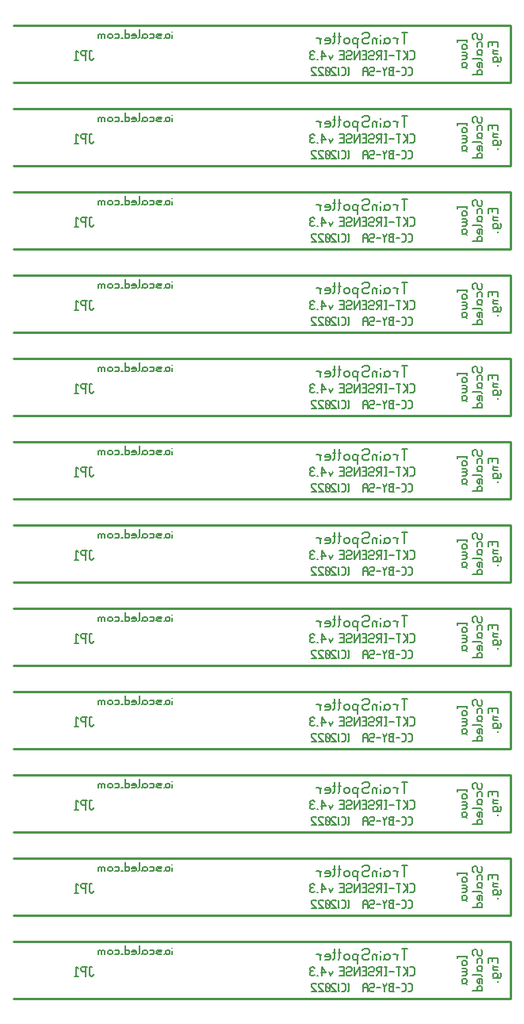
<source format=gbr>
G04 start of page 10 for group -4078 idx -4078 *
G04 Title: (unknown), bottomsilk *
G04 Creator: pcb 4.0.2 *
G04 CreationDate: Mon Jul 24 21:31:33 2023 UTC *
G04 For: railfan *
G04 Format: Gerber/RS-274X *
G04 PCB-Dimensions (mil): 3000.00 5500.00 *
G04 PCB-Coordinate-Origin: lower left *
%MOIN*%
%FSLAX25Y25*%
%LNBOTTOMSILK*%
%ADD52C,0.0080*%
%ADD51C,0.0100*%
G54D51*X269500Y385500D02*X60500D01*
X269500Y409500D02*Y385500D01*
Y374500D02*Y350500D01*
Y269500D02*Y245500D01*
X60500Y374500D02*X269500D01*
Y350500D02*X60500D01*
Y339500D02*X269500D01*
Y315500D02*X60500D01*
X269500Y339500D02*Y315500D01*
Y280500D02*X60500D01*
X269500Y304500D02*Y280500D01*
X60500Y269500D02*X269500D01*
X60500Y304500D02*X269500D01*
Y479500D02*Y455500D01*
X60500Y444500D02*X269500D01*
Y420500D02*X60500D01*
Y409500D02*X269500D01*
X60500Y479500D02*X269500D01*
Y455500D02*X60500D01*
X269500Y444500D02*Y420500D01*
Y245500D02*X60500D01*
Y234500D02*X269500D01*
Y210500D02*X60500D01*
Y199500D02*X269500D01*
Y175500D02*X60500D01*
X269500Y234500D02*Y210500D01*
Y199500D02*Y175500D01*
X60500Y164500D02*X269500D01*
Y140500D02*X60500D01*
X269500Y164500D02*Y140500D01*
X60500Y129500D02*X269500D01*
Y105500D02*X60500D01*
X269500Y129500D02*Y105500D01*
X60500Y94500D02*X269500D01*
Y70500D02*X60500D01*
X269500Y94500D02*Y70500D01*
G54D52*X261800Y436000D02*Y437500D01*
X264000Y435500D02*Y437500D01*
X260000D02*X264000D01*
X260000Y435500D02*Y437500D01*
X262500Y433800D02*X264000D01*
X262500D02*X262000Y433300D01*
Y432800D02*Y433300D01*
Y432800D02*X262500Y432300D01*
X264000D01*
X262000Y434300D02*X262500Y433800D01*
X262000Y429600D02*X262500Y429100D01*
X262000Y429600D02*Y430600D01*
X262500Y431100D02*X262000Y430600D01*
X262500Y431100D02*X263500D01*
X264000Y430600D01*
Y429600D02*Y430600D01*
Y429600D02*X263500Y429100D01*
X265000Y431100D02*X265500Y430600D01*
Y429600D02*Y430600D01*
Y429600D02*X265000Y429100D01*
X262000D02*X265000D01*
X264000Y427400D02*Y427900D01*
X261800Y401000D02*Y402500D01*
X264000Y400500D02*Y402500D01*
X260000D02*X264000D01*
X260000Y400500D02*Y402500D01*
X262500Y398800D02*X264000D01*
X262500D02*X262000Y398300D01*
Y397800D02*Y398300D01*
Y397800D02*X262500Y397300D01*
X264000D01*
X262000Y399300D02*X262500Y398800D01*
X262000Y394600D02*X262500Y394100D01*
X262000Y394600D02*Y395600D01*
X262500Y396100D02*X262000Y395600D01*
X262500Y396100D02*X263500D01*
X264000Y395600D01*
Y394600D02*Y395600D01*
Y394600D02*X263500Y394100D01*
X265000Y396100D02*X265500Y395600D01*
Y394600D02*Y395600D01*
Y394600D02*X265000Y394100D01*
X262000D02*X265000D01*
X264000Y392400D02*Y392900D01*
X261800Y366000D02*Y367500D01*
X264000Y365500D02*Y367500D01*
X260000D02*X264000D01*
X260000Y365500D02*Y367500D01*
X262500Y363800D02*X264000D01*
X262500D02*X262000Y363300D01*
Y362800D02*Y363300D01*
Y362800D02*X262500Y362300D01*
X264000D01*
X262000Y364300D02*X262500Y363800D01*
X262000Y359600D02*X262500Y359100D01*
X262000Y359600D02*Y360600D01*
X262500Y361100D02*X262000Y360600D01*
X262500Y361100D02*X263500D01*
X264000Y360600D01*
Y359600D02*Y360600D01*
Y359600D02*X263500Y359100D01*
X265000Y361100D02*X265500Y360600D01*
Y359600D02*Y360600D01*
Y359600D02*X265000Y359100D01*
X262000D02*X265000D01*
X264000Y357400D02*Y357900D01*
X261800Y331000D02*Y332500D01*
X264000Y330500D02*Y332500D01*
X260000D02*X264000D01*
X260000Y330500D02*Y332500D01*
X262500Y328800D02*X264000D01*
X262500D02*X262000Y328300D01*
Y327800D02*Y328300D01*
Y327800D02*X262500Y327300D01*
X264000D01*
X262000Y329300D02*X262500Y328800D01*
X262000Y324600D02*X262500Y324100D01*
X262000Y324600D02*Y325600D01*
X262500Y326100D02*X262000Y325600D01*
X262500Y326100D02*X263500D01*
X264000Y325600D01*
Y324600D02*Y325600D01*
Y324600D02*X263500Y324100D01*
X265000Y326100D02*X265500Y325600D01*
Y324600D02*Y325600D01*
Y324600D02*X265000Y324100D01*
X262000D02*X265000D01*
X264000Y322400D02*Y322900D01*
X253500Y439000D02*X254000Y438500D01*
X253500Y439000D02*Y440500D01*
X254000Y441000D02*X253500Y440500D01*
X254000Y441000D02*X255000D01*
X255500Y440500D01*
Y439000D02*Y440500D01*
Y439000D02*X256000Y438500D01*
X257000D01*
X257500Y439000D02*X257000Y438500D01*
X257500Y439000D02*Y440500D01*
X257000Y441000D02*X257500Y440500D01*
X255500Y435300D02*Y436800D01*
X256000Y437300D02*X255500Y436800D01*
X256000Y437300D02*X257000D01*
X257500Y436800D01*
Y435300D02*Y436800D01*
X255500Y432600D02*X256000Y432100D01*
X255500Y432600D02*Y433600D01*
X256000Y434100D02*X255500Y433600D01*
X256000Y434100D02*X257000D01*
X257500Y433600D01*
X255500Y432100D02*X257000D01*
X257500Y431600D01*
Y432600D02*Y433600D01*
Y432600D02*X257000Y432100D01*
X253500Y430400D02*X257000D01*
X257500Y429900D01*
Y426900D02*Y428400D01*
X257000Y428900D02*X257500Y428400D01*
X256000Y428900D02*X257000D01*
X256000D02*X255500Y428400D01*
Y427400D02*Y428400D01*
Y427400D02*X256000Y426900D01*
X256500D02*Y428900D01*
X256000Y426900D02*X256500D01*
X253500Y423700D02*X257500D01*
Y424200D02*X257000Y423700D01*
X257500Y424200D02*Y425200D01*
X257000Y425700D02*X257500Y425200D01*
X256000Y425700D02*X257000D01*
X256000D02*X255500Y425200D01*
Y424200D02*Y425200D01*
Y424200D02*X256000Y423700D01*
X253500Y404000D02*X254000Y403500D01*
X253500Y404000D02*Y405500D01*
X254000Y406000D02*X253500Y405500D01*
X254000Y406000D02*X255000D01*
X255500Y405500D01*
Y404000D02*Y405500D01*
Y404000D02*X256000Y403500D01*
X257000D01*
X257500Y404000D02*X257000Y403500D01*
X257500Y404000D02*Y405500D01*
X257000Y406000D02*X257500Y405500D01*
X255500Y400300D02*Y401800D01*
X256000Y402300D02*X255500Y401800D01*
X256000Y402300D02*X257000D01*
X257500Y401800D01*
Y400300D02*Y401800D01*
X255500Y397600D02*X256000Y397100D01*
X255500Y397600D02*Y398600D01*
X256000Y399100D02*X255500Y398600D01*
X256000Y399100D02*X257000D01*
X257500Y398600D01*
X255500Y397100D02*X257000D01*
X257500Y396600D01*
Y397600D02*Y398600D01*
Y397600D02*X257000Y397100D01*
X253500Y395400D02*X257000D01*
X257500Y394900D01*
Y391900D02*Y393400D01*
X257000Y393900D02*X257500Y393400D01*
X256000Y393900D02*X257000D01*
X256000D02*X255500Y393400D01*
Y392400D02*Y393400D01*
Y392400D02*X256000Y391900D01*
X256500D02*Y393900D01*
X256000Y391900D02*X256500D01*
X253500Y388700D02*X257500D01*
Y389200D02*X257000Y388700D01*
X257500Y389200D02*Y390200D01*
X257000Y390700D02*X257500Y390200D01*
X256000Y390700D02*X257000D01*
X256000D02*X255500Y390200D01*
Y389200D02*Y390200D01*
Y389200D02*X256000Y388700D01*
X247000Y402500D02*Y403500D01*
Y403000D02*X251000D01*
Y402500D02*Y403500D01*
X249500Y401300D02*X250500D01*
X249500D02*X249000Y400800D01*
Y399800D02*Y400800D01*
Y399800D02*X249500Y399300D01*
X250500D01*
X251000Y399800D02*X250500Y399300D01*
X251000Y399800D02*Y400800D01*
X250500Y401300D02*X251000Y400800D01*
X249000Y398100D02*X250500D01*
X251000Y397600D01*
Y397100D02*Y397600D01*
Y397100D02*X250500Y396600D01*
X249000D02*X250500D01*
X251000Y396100D01*
Y395600D02*Y396100D01*
Y395600D02*X250500Y395100D01*
X249000D02*X250500D01*
X249000Y392400D02*X249500Y391900D01*
X249000Y392400D02*Y393400D01*
X249500Y393900D02*X249000Y393400D01*
X249500Y393900D02*X250500D01*
X251000Y393400D01*
X249000Y391900D02*X250500D01*
X251000Y391400D01*
Y392400D02*Y393400D01*
Y392400D02*X250500Y391900D01*
X253500Y369000D02*X254000Y368500D01*
X253500Y369000D02*Y370500D01*
X254000Y371000D02*X253500Y370500D01*
X254000Y371000D02*X255000D01*
X255500Y370500D01*
Y369000D02*Y370500D01*
Y369000D02*X256000Y368500D01*
X257000D01*
X257500Y369000D02*X257000Y368500D01*
X257500Y369000D02*Y370500D01*
X257000Y371000D02*X257500Y370500D01*
X255500Y365300D02*Y366800D01*
X256000Y367300D02*X255500Y366800D01*
X256000Y367300D02*X257000D01*
X257500Y366800D01*
Y365300D02*Y366800D01*
X255500Y362600D02*X256000Y362100D01*
X255500Y362600D02*Y363600D01*
X256000Y364100D02*X255500Y363600D01*
X256000Y364100D02*X257000D01*
X257500Y363600D01*
X255500Y362100D02*X257000D01*
X257500Y361600D01*
Y362600D02*Y363600D01*
Y362600D02*X257000Y362100D01*
X253500Y360400D02*X257000D01*
X257500Y359900D01*
Y356900D02*Y358400D01*
X257000Y358900D02*X257500Y358400D01*
X256000Y358900D02*X257000D01*
X256000D02*X255500Y358400D01*
Y357400D02*Y358400D01*
Y357400D02*X256000Y356900D01*
X256500D02*Y358900D01*
X256000Y356900D02*X256500D01*
X253500Y353700D02*X257500D01*
Y354200D02*X257000Y353700D01*
X257500Y354200D02*Y355200D01*
X257000Y355700D02*X257500Y355200D01*
X256000Y355700D02*X257000D01*
X256000D02*X255500Y355200D01*
Y354200D02*Y355200D01*
Y354200D02*X256000Y353700D01*
X247000Y367500D02*Y368500D01*
Y368000D02*X251000D01*
Y367500D02*Y368500D01*
X249500Y366300D02*X250500D01*
X249500D02*X249000Y365800D01*
Y364800D02*Y365800D01*
Y364800D02*X249500Y364300D01*
X250500D01*
X251000Y364800D02*X250500Y364300D01*
X251000Y364800D02*Y365800D01*
X250500Y366300D02*X251000Y365800D01*
X249000Y363100D02*X250500D01*
X251000Y362600D01*
Y362100D02*Y362600D01*
Y362100D02*X250500Y361600D01*
X249000D02*X250500D01*
X251000Y361100D01*
Y360600D02*Y361100D01*
Y360600D02*X250500Y360100D01*
X249000D02*X250500D01*
X249000Y357400D02*X249500Y356900D01*
X249000Y357400D02*Y358400D01*
X249500Y358900D02*X249000Y358400D01*
X249500Y358900D02*X250500D01*
X251000Y358400D01*
X249000Y356900D02*X250500D01*
X251000Y356400D01*
Y357400D02*Y358400D01*
Y357400D02*X250500Y356900D01*
X253500Y334000D02*X254000Y333500D01*
X253500Y334000D02*Y335500D01*
X254000Y336000D02*X253500Y335500D01*
X254000Y336000D02*X255000D01*
X255500Y335500D01*
Y334000D02*Y335500D01*
Y334000D02*X256000Y333500D01*
X257000D01*
X257500Y334000D02*X257000Y333500D01*
X257500Y334000D02*Y335500D01*
X257000Y336000D02*X257500Y335500D01*
X255500Y330300D02*Y331800D01*
X256000Y332300D02*X255500Y331800D01*
X256000Y332300D02*X257000D01*
X257500Y331800D01*
Y330300D02*Y331800D01*
X255500Y327600D02*X256000Y327100D01*
X255500Y327600D02*Y328600D01*
X256000Y329100D02*X255500Y328600D01*
X256000Y329100D02*X257000D01*
X257500Y328600D01*
X255500Y327100D02*X257000D01*
X257500Y326600D01*
Y327600D02*Y328600D01*
Y327600D02*X257000Y327100D01*
X253500Y325400D02*X257000D01*
X257500Y324900D01*
Y321900D02*Y323400D01*
X257000Y323900D02*X257500Y323400D01*
X256000Y323900D02*X257000D01*
X256000D02*X255500Y323400D01*
Y322400D02*Y323400D01*
Y322400D02*X256000Y321900D01*
X256500D02*Y323900D01*
X256000Y321900D02*X256500D01*
X253500Y318700D02*X257500D01*
Y319200D02*X257000Y318700D01*
X257500Y319200D02*Y320200D01*
X257000Y320700D02*X257500Y320200D01*
X256000Y320700D02*X257000D01*
X256000D02*X255500Y320200D01*
Y319200D02*Y320200D01*
Y319200D02*X256000Y318700D01*
X247000Y332500D02*Y333500D01*
Y333000D02*X251000D01*
Y332500D02*Y333500D01*
X249500Y331300D02*X250500D01*
X249500D02*X249000Y330800D01*
Y329800D02*Y330800D01*
Y329800D02*X249500Y329300D01*
X250500D01*
X251000Y329800D02*X250500Y329300D01*
X251000Y329800D02*Y330800D01*
X250500Y331300D02*X251000Y330800D01*
X249000Y328100D02*X250500D01*
X251000Y327600D01*
Y327100D02*Y327600D01*
Y327100D02*X250500Y326600D01*
X249000D02*X250500D01*
X251000Y326100D01*
Y325600D02*Y326100D01*
Y325600D02*X250500Y325100D01*
X249000D02*X250500D01*
X249000Y322400D02*X249500Y321900D01*
X249000Y322400D02*Y323400D01*
X249500Y323900D02*X249000Y323400D01*
X249500Y323900D02*X250500D01*
X251000Y323400D01*
X249000Y321900D02*X250500D01*
X251000Y321400D01*
Y322400D02*Y323400D01*
Y322400D02*X250500Y321900D01*
X227157Y290000D02*X228327D01*
X228957Y290630D02*X228327Y290000D01*
X228957Y290630D02*Y292970D01*
X228327Y293600D01*
X227157D02*X228327D01*
X226077Y290000D02*Y293600D01*
Y291800D02*X224277Y293600D01*
X226077Y291800D02*X224277Y290000D01*
X221397Y293600D02*X223197D01*
X222297Y290000D02*Y293600D01*
X218517Y291800D02*X220317D01*
X216537Y293600D02*X217437D01*
X216987Y290000D02*Y293600D01*
X216537Y290000D02*X217437D01*
X213657Y293600D02*X215457D01*
X213657D02*X213207Y293150D01*
Y292250D02*Y293150D01*
X213657Y291800D02*X213207Y292250D01*
X213657Y291800D02*X215007D01*
Y290000D02*Y293600D01*
X214287Y291800D02*X213207Y290000D01*
X210327Y293600D02*X209877Y293150D01*
X210327Y293600D02*X211677D01*
X212127Y293150D02*X211677Y293600D01*
X212127Y292250D02*Y293150D01*
Y292250D02*X211677Y291800D01*
X210327D02*X211677D01*
X210327D02*X209877Y291350D01*
Y290450D02*Y291350D01*
X210327Y290000D02*X209877Y290450D01*
X210327Y290000D02*X211677D01*
X212127Y290450D02*X211677Y290000D01*
X207447Y291980D02*X208797D01*
X206997Y290000D02*X208797D01*
Y293600D01*
X206997D02*X208797D01*
X205917Y290000D02*Y293600D01*
X203667Y290000D01*
Y293600D01*
X200787D02*X200337Y293150D01*
X200787Y293600D02*X202137D01*
X202587Y293150D02*X202137Y293600D01*
X202587Y292250D02*Y293150D01*
Y292250D02*X202137Y291800D01*
X200787D02*X202137D01*
X200787D02*X200337Y291350D01*
Y290450D02*Y291350D01*
X200787Y290000D02*X200337Y290450D01*
X200787Y290000D02*X202137D01*
X202587Y290450D02*X202137Y290000D01*
X197907Y291980D02*X199257D01*
X197457Y290000D02*X199257D01*
Y293600D01*
X197457D02*X199257D01*
X194757Y291800D02*X193857Y290000D01*
X192957Y291800D02*X193857Y290000D01*
X191877Y291350D02*X190077Y293600D01*
X189627Y291350D02*X191877D01*
X190077Y290000D02*Y293600D01*
X188097Y290000D02*X188547D01*
X187017Y293150D02*X186567Y293600D01*
X185667D02*X186567D01*
X185667D02*X185217Y293150D01*
X185667Y290000D02*X185217Y290450D01*
X185667Y290000D02*X186567D01*
X187017Y290450D02*X186567Y290000D01*
X185667Y291980D02*X186567D01*
X185217Y292430D02*Y293150D01*
Y290450D02*Y291530D01*
X185667Y291980D01*
X185217Y292430D02*X185667Y291980D01*
X201500Y283900D02*X201100Y283500D01*
X201500Y286300D02*X201100Y286700D01*
X201500Y283900D02*Y286300D01*
X198540Y283500D02*X199580D01*
X200140Y284060D02*X199580Y283500D01*
X200140Y284060D02*Y286140D01*
X199580Y286700D01*
X198540D02*X199580D01*
X197580D02*X197180Y286300D01*
Y283900D02*Y286300D01*
X197580Y283500D02*X197180Y283900D01*
X196220Y286300D02*X195820Y286700D01*
X194620D02*X195820D01*
X194620D02*X194220Y286300D01*
Y285500D02*Y286300D01*
X196220Y283500D02*X194220Y285500D01*
Y283500D02*X196220D01*
X193260Y283900D02*X192860Y283500D01*
X193260Y283900D02*Y286300D01*
X192860Y286700D01*
X192060D02*X192860D01*
X192060D02*X191660Y286300D01*
Y283900D02*Y286300D01*
X192060Y283500D02*X191660Y283900D01*
X192060Y283500D02*X192860D01*
X193260Y284300D02*X191660Y285900D01*
X190700Y286300D02*X190300Y286700D01*
X189100D02*X190300D01*
X189100D02*X188700Y286300D01*
Y285500D02*Y286300D01*
X190700Y283500D02*X188700Y285500D01*
Y283500D02*X190700D01*
X187740Y286300D02*X187340Y286700D01*
X186140D02*X187340D01*
X186140D02*X185740Y286300D01*
Y285500D02*Y286300D01*
X187740Y283500D02*X185740Y285500D01*
Y283500D02*X187740D01*
X226400D02*X227440D01*
X228000Y284060D02*X227440Y283500D01*
X228000Y284060D02*Y286140D01*
X227440Y286700D01*
X226400D02*X227440D01*
X223840Y283500D02*X224880D01*
X225440Y284060D02*X224880Y283500D01*
X225440Y284060D02*Y286140D01*
X224880Y286700D01*
X223840D02*X224880D01*
X221280Y285100D02*X222880D01*
X218720Y283500D02*X220320D01*
X218720D02*X218320Y283900D01*
Y284860D01*
X218720Y285260D02*X218320Y284860D01*
X218720Y285260D02*X219920D01*
Y283500D02*Y286700D01*
X218720D02*X220320D01*
X218720D02*X218320Y286300D01*
Y285660D02*Y286300D01*
X218720Y285260D02*X218320Y285660D01*
X217360Y286700D02*X216560Y285100D01*
X215760Y286700D01*
X216560Y283500D02*Y285100D01*
X213200D02*X214800D01*
X210640Y286700D02*X210240Y286300D01*
X210640Y286700D02*X211840D01*
X212240Y286300D02*X211840Y286700D01*
X212240Y285500D02*Y286300D01*
Y285500D02*X211840Y285100D01*
X210640D02*X211840D01*
X210640D02*X210240Y284700D01*
Y283900D02*Y284700D01*
X210640Y283500D02*X210240Y283900D01*
X210640Y283500D02*X211840D01*
X212240Y283900D02*X211840Y283500D01*
X209280D02*Y285900D01*
X208720Y286700D01*
X207840D02*X208720D01*
X207840D02*X207280Y285900D01*
Y283500D02*Y285900D01*
Y285100D02*X209280D01*
X223717Y266380D02*X225957D01*
X224837Y261900D02*Y266380D01*
X221813Y261900D02*Y263580D01*
X221253Y264140D01*
X220133D02*X221253D01*
X222373D02*X221813Y263580D01*
X217109Y264140D02*X216549Y263580D01*
X217109Y264140D02*X218229D01*
X218789Y263580D02*X218229Y264140D01*
X218789Y262460D02*Y263580D01*
Y262460D02*X218229Y261900D01*
X216549Y262460D02*Y264140D01*
Y262460D02*X215989Y261900D01*
X217109D02*X218229D01*
X217109D02*X216549Y262460D01*
X214645Y265148D02*Y265260D01*
Y261900D02*Y263580D01*
X212965Y261900D02*Y263580D01*
X212405Y264140D01*
X211845D02*X212405D01*
X211845D02*X211285Y263580D01*
Y261900D02*Y263580D01*
X213525Y264140D02*X212965Y263580D01*
X207701Y266380D02*X207141Y265820D01*
X207701Y266380D02*X209381D01*
X209941Y265820D02*X209381Y266380D01*
X209941Y264700D02*Y265820D01*
Y264700D02*X209381Y264140D01*
X207701D02*X209381D01*
X207701D02*X207141Y263580D01*
Y262460D02*Y263580D01*
X207701Y261900D02*X207141Y262460D01*
X207701Y261900D02*X209381D01*
X209941Y262460D02*X209381Y261900D01*
X205237Y260220D02*Y263580D01*
X205797Y264140D02*X205237Y263580D01*
X204677Y264140D01*
X203557D02*X204677D01*
X203557D02*X202997Y263580D01*
Y262460D02*Y263580D01*
X203557Y261900D02*X202997Y262460D01*
X203557Y261900D02*X204677D01*
X205237Y262460D02*X204677Y261900D01*
X201653Y262460D02*Y263580D01*
X201093Y264140D01*
X199973D02*X201093D01*
X199973D02*X199413Y263580D01*
Y262460D02*Y263580D01*
X199973Y261900D02*X199413Y262460D01*
X199973Y261900D02*X201093D01*
X201653Y262460D02*X201093Y261900D01*
X197509Y262460D02*Y266380D01*
Y262460D02*X196949Y261900D01*
Y264700D02*X198069D01*
X195269Y262460D02*Y266380D01*
Y262460D02*X194709Y261900D01*
Y264700D02*X195829D01*
X191349Y261900D02*X193029D01*
X193589Y262460D02*X193029Y261900D01*
X193589Y262460D02*Y263580D01*
X193029Y264140D01*
X191909D02*X193029D01*
X191909D02*X191349Y263580D01*
Y263020D02*X193589D01*
X191349D02*Y263580D01*
X189445Y261900D02*Y263580D01*
X188885Y264140D01*
X187765D02*X188885D01*
X190005D02*X189445Y263580D01*
X227157Y255000D02*X228327D01*
X228957Y255630D02*X228327Y255000D01*
X228957Y255630D02*Y257970D01*
X228327Y258600D01*
X227157D02*X228327D01*
X226077Y255000D02*Y258600D01*
Y256800D02*X224277Y258600D01*
X226077Y256800D02*X224277Y255000D01*
X221397Y258600D02*X223197D01*
X222297Y255000D02*Y258600D01*
X218517Y256800D02*X220317D01*
X216537Y258600D02*X217437D01*
X216987Y255000D02*Y258600D01*
X216537Y255000D02*X217437D01*
X213657Y258600D02*X215457D01*
X213657D02*X213207Y258150D01*
Y257250D02*Y258150D01*
X213657Y256800D02*X213207Y257250D01*
X213657Y256800D02*X215007D01*
Y255000D02*Y258600D01*
X214287Y256800D02*X213207Y255000D01*
X210327Y258600D02*X209877Y258150D01*
X210327Y258600D02*X211677D01*
X212127Y258150D02*X211677Y258600D01*
X212127Y257250D02*Y258150D01*
Y257250D02*X211677Y256800D01*
X210327D02*X211677D01*
X210327D02*X209877Y256350D01*
Y255450D02*Y256350D01*
X210327Y255000D02*X209877Y255450D01*
X210327Y255000D02*X211677D01*
X212127Y255450D02*X211677Y255000D01*
X207447Y256980D02*X208797D01*
X206997Y255000D02*X208797D01*
Y258600D01*
X206997D02*X208797D01*
X205917Y255000D02*Y258600D01*
X203667Y255000D01*
Y258600D01*
X200787D02*X200337Y258150D01*
X200787Y258600D02*X202137D01*
X202587Y258150D02*X202137Y258600D01*
X202587Y257250D02*Y258150D01*
Y257250D02*X202137Y256800D01*
X200787D02*X202137D01*
X200787D02*X200337Y256350D01*
Y255450D02*Y256350D01*
X200787Y255000D02*X200337Y255450D01*
X200787Y255000D02*X202137D01*
X202587Y255450D02*X202137Y255000D01*
X197907Y256980D02*X199257D01*
X197457Y255000D02*X199257D01*
Y258600D01*
X197457D02*X199257D01*
X194757Y256800D02*X193857Y255000D01*
X192957Y256800D02*X193857Y255000D01*
X191877Y256350D02*X190077Y258600D01*
X189627Y256350D02*X191877D01*
X190077Y255000D02*Y258600D01*
X188097Y255000D02*X188547D01*
X187017Y258150D02*X186567Y258600D01*
X185667D02*X186567D01*
X185667D02*X185217Y258150D01*
X185667Y255000D02*X185217Y255450D01*
X185667Y255000D02*X186567D01*
X187017Y255450D02*X186567Y255000D01*
X185667Y256980D02*X186567D01*
X185217Y257430D02*Y258150D01*
Y255450D02*Y256530D01*
X185667Y256980D01*
X185217Y257430D02*X185667Y256980D01*
X201500Y248900D02*X201100Y248500D01*
X201500Y251300D02*X201100Y251700D01*
X201500Y248900D02*Y251300D01*
X198540Y248500D02*X199580D01*
X200140Y249060D02*X199580Y248500D01*
X200140Y249060D02*Y251140D01*
X199580Y251700D01*
X198540D02*X199580D01*
X197580D02*X197180Y251300D01*
Y248900D02*Y251300D01*
X197580Y248500D02*X197180Y248900D01*
X196220Y251300D02*X195820Y251700D01*
X194620D02*X195820D01*
X194620D02*X194220Y251300D01*
Y250500D02*Y251300D01*
X196220Y248500D02*X194220Y250500D01*
Y248500D02*X196220D01*
X193260Y248900D02*X192860Y248500D01*
X193260Y248900D02*Y251300D01*
X192860Y251700D01*
X192060D02*X192860D01*
X192060D02*X191660Y251300D01*
Y248900D02*Y251300D01*
X192060Y248500D02*X191660Y248900D01*
X192060Y248500D02*X192860D01*
X193260Y249300D02*X191660Y250900D01*
X190700Y251300D02*X190300Y251700D01*
X189100D02*X190300D01*
X189100D02*X188700Y251300D01*
Y250500D02*Y251300D01*
X190700Y248500D02*X188700Y250500D01*
Y248500D02*X190700D01*
X187740Y251300D02*X187340Y251700D01*
X186140D02*X187340D01*
X186140D02*X185740Y251300D01*
Y250500D02*Y251300D01*
X187740Y248500D02*X185740Y250500D01*
Y248500D02*X187740D01*
X226400D02*X227440D01*
X228000Y249060D02*X227440Y248500D01*
X228000Y249060D02*Y251140D01*
X227440Y251700D01*
X226400D02*X227440D01*
X223840Y248500D02*X224880D01*
X225440Y249060D02*X224880Y248500D01*
X225440Y249060D02*Y251140D01*
X224880Y251700D01*
X223840D02*X224880D01*
X221280Y250100D02*X222880D01*
X218720Y248500D02*X220320D01*
X218720D02*X218320Y248900D01*
Y249860D01*
X218720Y250260D02*X218320Y249860D01*
X218720Y250260D02*X219920D01*
Y248500D02*Y251700D01*
X218720D02*X220320D01*
X218720D02*X218320Y251300D01*
Y250660D02*Y251300D01*
X218720Y250260D02*X218320Y250660D01*
X217360Y251700D02*X216560Y250100D01*
X215760Y251700D01*
X216560Y248500D02*Y250100D01*
X213200D02*X214800D01*
X210640Y251700D02*X210240Y251300D01*
X210640Y251700D02*X211840D01*
X212240Y251300D02*X211840Y251700D01*
X212240Y250500D02*Y251300D01*
Y250500D02*X211840Y250100D01*
X210640D02*X211840D01*
X210640D02*X210240Y249700D01*
Y248900D02*Y249700D01*
X210640Y248500D02*X210240Y248900D01*
X210640Y248500D02*X211840D01*
X212240Y248900D02*X211840Y248500D01*
X209280D02*Y250900D01*
X208720Y251700D01*
X207840D02*X208720D01*
X207840D02*X207280Y250900D01*
Y248500D02*Y250900D01*
Y250100D02*X209280D01*
X223717Y231380D02*X225957D01*
X224837Y226900D02*Y231380D01*
X221813Y226900D02*Y228580D01*
X221253Y229140D01*
X220133D02*X221253D01*
X222373D02*X221813Y228580D01*
X217109Y229140D02*X216549Y228580D01*
X217109Y229140D02*X218229D01*
X218789Y228580D02*X218229Y229140D01*
X218789Y227460D02*Y228580D01*
Y227460D02*X218229Y226900D01*
X216549Y227460D02*Y229140D01*
Y227460D02*X215989Y226900D01*
X217109D02*X218229D01*
X217109D02*X216549Y227460D01*
X214645Y230148D02*Y230260D01*
Y226900D02*Y228580D01*
X212965Y226900D02*Y228580D01*
X212405Y229140D01*
X211845D02*X212405D01*
X211845D02*X211285Y228580D01*
Y226900D02*Y228580D01*
X213525Y229140D02*X212965Y228580D01*
X207701Y231380D02*X207141Y230820D01*
X207701Y231380D02*X209381D01*
X209941Y230820D02*X209381Y231380D01*
X209941Y229700D02*Y230820D01*
Y229700D02*X209381Y229140D01*
X207701D02*X209381D01*
X207701D02*X207141Y228580D01*
Y227460D02*Y228580D01*
X207701Y226900D02*X207141Y227460D01*
X207701Y226900D02*X209381D01*
X209941Y227460D02*X209381Y226900D01*
X205237Y225220D02*Y228580D01*
X205797Y229140D02*X205237Y228580D01*
X204677Y229140D01*
X203557D02*X204677D01*
X203557D02*X202997Y228580D01*
Y227460D02*Y228580D01*
X203557Y226900D02*X202997Y227460D01*
X203557Y226900D02*X204677D01*
X205237Y227460D02*X204677Y226900D01*
X201653Y227460D02*Y228580D01*
X201093Y229140D01*
X199973D02*X201093D01*
X199973D02*X199413Y228580D01*
Y227460D02*Y228580D01*
X199973Y226900D02*X199413Y227460D01*
X199973Y226900D02*X201093D01*
X201653Y227460D02*X201093Y226900D01*
X197509Y227460D02*Y231380D01*
Y227460D02*X196949Y226900D01*
Y229700D02*X198069D01*
X195269Y227460D02*Y231380D01*
Y227460D02*X194709Y226900D01*
Y229700D02*X195829D01*
X191349Y226900D02*X193029D01*
X193589Y227460D02*X193029Y226900D01*
X193589Y227460D02*Y228580D01*
X193029Y229140D01*
X191909D02*X193029D01*
X191909D02*X191349Y228580D01*
Y228020D02*X193589D01*
X191349D02*Y228580D01*
X189445Y226900D02*Y228580D01*
X188885Y229140D01*
X187765D02*X188885D01*
X190005D02*X189445Y228580D01*
X227157Y220000D02*X228327D01*
X228957Y220630D02*X228327Y220000D01*
X228957Y220630D02*Y222970D01*
X228327Y223600D01*
X227157D02*X228327D01*
X226077Y220000D02*Y223600D01*
Y221800D02*X224277Y223600D01*
X226077Y221800D02*X224277Y220000D01*
X221397Y223600D02*X223197D01*
X222297Y220000D02*Y223600D01*
X218517Y221800D02*X220317D01*
X216537Y223600D02*X217437D01*
X216987Y220000D02*Y223600D01*
X216537Y220000D02*X217437D01*
X213657Y223600D02*X215457D01*
X213657D02*X213207Y223150D01*
Y222250D02*Y223150D01*
X213657Y221800D02*X213207Y222250D01*
X213657Y221800D02*X215007D01*
Y220000D02*Y223600D01*
X214287Y221800D02*X213207Y220000D01*
X210327Y223600D02*X209877Y223150D01*
X210327Y223600D02*X211677D01*
X212127Y223150D02*X211677Y223600D01*
X212127Y222250D02*Y223150D01*
Y222250D02*X211677Y221800D01*
X210327D02*X211677D01*
X210327D02*X209877Y221350D01*
Y220450D02*Y221350D01*
X210327Y220000D02*X209877Y220450D01*
X210327Y220000D02*X211677D01*
X212127Y220450D02*X211677Y220000D01*
X207447Y221980D02*X208797D01*
X206997Y220000D02*X208797D01*
Y223600D01*
X206997D02*X208797D01*
X205917Y220000D02*Y223600D01*
X203667Y220000D01*
Y223600D01*
X200787D02*X200337Y223150D01*
X200787Y223600D02*X202137D01*
X202587Y223150D02*X202137Y223600D01*
X202587Y222250D02*Y223150D01*
Y222250D02*X202137Y221800D01*
X200787D02*X202137D01*
X200787D02*X200337Y221350D01*
Y220450D02*Y221350D01*
X200787Y220000D02*X200337Y220450D01*
X200787Y220000D02*X202137D01*
X202587Y220450D02*X202137Y220000D01*
X197907Y221980D02*X199257D01*
X197457Y220000D02*X199257D01*
Y223600D01*
X197457D02*X199257D01*
X194757Y221800D02*X193857Y220000D01*
X192957Y221800D02*X193857Y220000D01*
X191877Y221350D02*X190077Y223600D01*
X189627Y221350D02*X191877D01*
X190077Y220000D02*Y223600D01*
X188097Y220000D02*X188547D01*
X187017Y223150D02*X186567Y223600D01*
X185667D02*X186567D01*
X185667D02*X185217Y223150D01*
X185667Y220000D02*X185217Y220450D01*
X185667Y220000D02*X186567D01*
X187017Y220450D02*X186567Y220000D01*
X185667Y221980D02*X186567D01*
X185217Y222430D02*Y223150D01*
Y220450D02*Y221530D01*
X185667Y221980D01*
X185217Y222430D02*X185667Y221980D01*
X201500Y213900D02*X201100Y213500D01*
X201500Y216300D02*X201100Y216700D01*
X201500Y213900D02*Y216300D01*
X198540Y213500D02*X199580D01*
X200140Y214060D02*X199580Y213500D01*
X200140Y214060D02*Y216140D01*
X199580Y216700D01*
X198540D02*X199580D01*
X197580D02*X197180Y216300D01*
Y213900D02*Y216300D01*
X197580Y213500D02*X197180Y213900D01*
X196220Y216300D02*X195820Y216700D01*
X194620D02*X195820D01*
X194620D02*X194220Y216300D01*
Y215500D02*Y216300D01*
X196220Y213500D02*X194220Y215500D01*
Y213500D02*X196220D01*
X193260Y213900D02*X192860Y213500D01*
X193260Y213900D02*Y216300D01*
X192860Y216700D01*
X192060D02*X192860D01*
X192060D02*X191660Y216300D01*
Y213900D02*Y216300D01*
X192060Y213500D02*X191660Y213900D01*
X192060Y213500D02*X192860D01*
X193260Y214300D02*X191660Y215900D01*
X190700Y216300D02*X190300Y216700D01*
X189100D02*X190300D01*
X189100D02*X188700Y216300D01*
Y215500D02*Y216300D01*
X190700Y213500D02*X188700Y215500D01*
Y213500D02*X190700D01*
X187740Y216300D02*X187340Y216700D01*
X186140D02*X187340D01*
X186140D02*X185740Y216300D01*
Y215500D02*Y216300D01*
X187740Y213500D02*X185740Y215500D01*
Y213500D02*X187740D01*
X226400D02*X227440D01*
X228000Y214060D02*X227440Y213500D01*
X228000Y214060D02*Y216140D01*
X227440Y216700D01*
X226400D02*X227440D01*
X223840Y213500D02*X224880D01*
X225440Y214060D02*X224880Y213500D01*
X225440Y214060D02*Y216140D01*
X224880Y216700D01*
X223840D02*X224880D01*
X221280Y215100D02*X222880D01*
X218720Y213500D02*X220320D01*
X218720D02*X218320Y213900D01*
Y214860D01*
X218720Y215260D02*X218320Y214860D01*
X218720Y215260D02*X219920D01*
Y213500D02*Y216700D01*
X218720D02*X220320D01*
X218720D02*X218320Y216300D01*
Y215660D02*Y216300D01*
X218720Y215260D02*X218320Y215660D01*
X217360Y216700D02*X216560Y215100D01*
X215760Y216700D01*
X216560Y213500D02*Y215100D01*
X213200D02*X214800D01*
X210640Y216700D02*X210240Y216300D01*
X210640Y216700D02*X211840D01*
X212240Y216300D02*X211840Y216700D01*
X212240Y215500D02*Y216300D01*
Y215500D02*X211840Y215100D01*
X210640D02*X211840D01*
X210640D02*X210240Y214700D01*
Y213900D02*Y214700D01*
X210640Y213500D02*X210240Y213900D01*
X210640Y213500D02*X211840D01*
X212240Y213900D02*X211840Y213500D01*
X209280D02*Y215900D01*
X208720Y216700D01*
X207840D02*X208720D01*
X207840D02*X207280Y215900D01*
Y213500D02*Y215900D01*
Y215100D02*X209280D01*
X223717Y196380D02*X225957D01*
X224837Y191900D02*Y196380D01*
X221813Y191900D02*Y193580D01*
X221253Y194140D01*
X220133D02*X221253D01*
X222373D02*X221813Y193580D01*
X217109Y194140D02*X216549Y193580D01*
X217109Y194140D02*X218229D01*
X218789Y193580D02*X218229Y194140D01*
X218789Y192460D02*Y193580D01*
Y192460D02*X218229Y191900D01*
X216549Y192460D02*Y194140D01*
Y192460D02*X215989Y191900D01*
X217109D02*X218229D01*
X217109D02*X216549Y192460D01*
X214645Y195148D02*Y195260D01*
Y191900D02*Y193580D01*
X212965Y191900D02*Y193580D01*
X212405Y194140D01*
X211845D02*X212405D01*
X211845D02*X211285Y193580D01*
Y191900D02*Y193580D01*
X213525Y194140D02*X212965Y193580D01*
X207701Y196380D02*X207141Y195820D01*
X207701Y196380D02*X209381D01*
X209941Y195820D02*X209381Y196380D01*
X209941Y194700D02*Y195820D01*
Y194700D02*X209381Y194140D01*
X207701D02*X209381D01*
X207701D02*X207141Y193580D01*
Y192460D02*Y193580D01*
X207701Y191900D02*X207141Y192460D01*
X207701Y191900D02*X209381D01*
X209941Y192460D02*X209381Y191900D01*
X205237Y190220D02*Y193580D01*
X205797Y194140D02*X205237Y193580D01*
X204677Y194140D01*
X203557D02*X204677D01*
X203557D02*X202997Y193580D01*
Y192460D02*Y193580D01*
X203557Y191900D02*X202997Y192460D01*
X203557Y191900D02*X204677D01*
X205237Y192460D02*X204677Y191900D01*
X201653Y192460D02*Y193580D01*
X201093Y194140D01*
X199973D02*X201093D01*
X199973D02*X199413Y193580D01*
Y192460D02*Y193580D01*
X199973Y191900D02*X199413Y192460D01*
X199973Y191900D02*X201093D01*
X201653Y192460D02*X201093Y191900D01*
X197509Y192460D02*Y196380D01*
Y192460D02*X196949Y191900D01*
Y194700D02*X198069D01*
X195269Y192460D02*Y196380D01*
Y192460D02*X194709Y191900D01*
Y194700D02*X195829D01*
X191349Y191900D02*X193029D01*
X193589Y192460D02*X193029Y191900D01*
X193589Y192460D02*Y193580D01*
X193029Y194140D01*
X191909D02*X193029D01*
X191909D02*X191349Y193580D01*
Y193020D02*X193589D01*
X191349D02*Y193580D01*
X189445Y191900D02*Y193580D01*
X188885Y194140D01*
X187765D02*X188885D01*
X190005D02*X189445Y193580D01*
X227157Y185000D02*X228327D01*
X228957Y185630D02*X228327Y185000D01*
X228957Y185630D02*Y187970D01*
X228327Y188600D01*
X227157D02*X228327D01*
X226077Y185000D02*Y188600D01*
Y186800D02*X224277Y188600D01*
X226077Y186800D02*X224277Y185000D01*
X221397Y188600D02*X223197D01*
X222297Y185000D02*Y188600D01*
X218517Y186800D02*X220317D01*
X216537Y188600D02*X217437D01*
X216987Y185000D02*Y188600D01*
X216537Y185000D02*X217437D01*
X213657Y188600D02*X215457D01*
X213657D02*X213207Y188150D01*
Y187250D02*Y188150D01*
X213657Y186800D02*X213207Y187250D01*
X213657Y186800D02*X215007D01*
Y185000D02*Y188600D01*
X214287Y186800D02*X213207Y185000D01*
X210327Y188600D02*X209877Y188150D01*
X210327Y188600D02*X211677D01*
X212127Y188150D02*X211677Y188600D01*
X212127Y187250D02*Y188150D01*
Y187250D02*X211677Y186800D01*
X210327D02*X211677D01*
X210327D02*X209877Y186350D01*
Y185450D02*Y186350D01*
X210327Y185000D02*X209877Y185450D01*
X210327Y185000D02*X211677D01*
X212127Y185450D02*X211677Y185000D01*
X207447Y186980D02*X208797D01*
X206997Y185000D02*X208797D01*
Y188600D01*
X206997D02*X208797D01*
X205917Y185000D02*Y188600D01*
X203667Y185000D01*
Y188600D01*
X200787D02*X200337Y188150D01*
X200787Y188600D02*X202137D01*
X202587Y188150D02*X202137Y188600D01*
X202587Y187250D02*Y188150D01*
Y187250D02*X202137Y186800D01*
X200787D02*X202137D01*
X200787D02*X200337Y186350D01*
Y185450D02*Y186350D01*
X200787Y185000D02*X200337Y185450D01*
X200787Y185000D02*X202137D01*
X202587Y185450D02*X202137Y185000D01*
X197907Y186980D02*X199257D01*
X197457Y185000D02*X199257D01*
Y188600D01*
X197457D02*X199257D01*
X194757Y186800D02*X193857Y185000D01*
X192957Y186800D02*X193857Y185000D01*
X191877Y186350D02*X190077Y188600D01*
X189627Y186350D02*X191877D01*
X190077Y185000D02*Y188600D01*
X188097Y185000D02*X188547D01*
X187017Y188150D02*X186567Y188600D01*
X185667D02*X186567D01*
X185667D02*X185217Y188150D01*
X185667Y185000D02*X185217Y185450D01*
X185667Y185000D02*X186567D01*
X187017Y185450D02*X186567Y185000D01*
X185667Y186980D02*X186567D01*
X185217Y187430D02*Y188150D01*
Y185450D02*Y186530D01*
X185667Y186980D01*
X185217Y187430D02*X185667Y186980D01*
X201500Y178900D02*X201100Y178500D01*
X201500Y181300D02*X201100Y181700D01*
X201500Y178900D02*Y181300D01*
X198540Y178500D02*X199580D01*
X200140Y179060D02*X199580Y178500D01*
X200140Y179060D02*Y181140D01*
X199580Y181700D01*
X198540D02*X199580D01*
X197580D02*X197180Y181300D01*
Y178900D02*Y181300D01*
X197580Y178500D02*X197180Y178900D01*
X196220Y181300D02*X195820Y181700D01*
X194620D02*X195820D01*
X194620D02*X194220Y181300D01*
Y180500D02*Y181300D01*
X196220Y178500D02*X194220Y180500D01*
Y178500D02*X196220D01*
X193260Y178900D02*X192860Y178500D01*
X193260Y178900D02*Y181300D01*
X192860Y181700D01*
X192060D02*X192860D01*
X192060D02*X191660Y181300D01*
Y178900D02*Y181300D01*
X192060Y178500D02*X191660Y178900D01*
X192060Y178500D02*X192860D01*
X193260Y179300D02*X191660Y180900D01*
X190700Y181300D02*X190300Y181700D01*
X189100D02*X190300D01*
X189100D02*X188700Y181300D01*
Y180500D02*Y181300D01*
X190700Y178500D02*X188700Y180500D01*
Y178500D02*X190700D01*
X187740Y181300D02*X187340Y181700D01*
X186140D02*X187340D01*
X186140D02*X185740Y181300D01*
Y180500D02*Y181300D01*
X187740Y178500D02*X185740Y180500D01*
Y178500D02*X187740D01*
X226400D02*X227440D01*
X228000Y179060D02*X227440Y178500D01*
X228000Y179060D02*Y181140D01*
X227440Y181700D01*
X226400D02*X227440D01*
X223840Y178500D02*X224880D01*
X225440Y179060D02*X224880Y178500D01*
X225440Y179060D02*Y181140D01*
X224880Y181700D01*
X223840D02*X224880D01*
X221280Y180100D02*X222880D01*
X218720Y178500D02*X220320D01*
X218720D02*X218320Y178900D01*
Y179860D01*
X218720Y180260D02*X218320Y179860D01*
X218720Y180260D02*X219920D01*
Y178500D02*Y181700D01*
X218720D02*X220320D01*
X218720D02*X218320Y181300D01*
Y180660D02*Y181300D01*
X218720Y180260D02*X218320Y180660D01*
X217360Y181700D02*X216560Y180100D01*
X215760Y181700D01*
X216560Y178500D02*Y180100D01*
X213200D02*X214800D01*
X210640Y181700D02*X210240Y181300D01*
X210640Y181700D02*X211840D01*
X212240Y181300D02*X211840Y181700D01*
X212240Y180500D02*Y181300D01*
Y180500D02*X211840Y180100D01*
X210640D02*X211840D01*
X210640D02*X210240Y179700D01*
Y178900D02*Y179700D01*
X210640Y178500D02*X210240Y178900D01*
X210640Y178500D02*X211840D01*
X212240Y178900D02*X211840Y178500D01*
X209280D02*Y180900D01*
X208720Y181700D01*
X207840D02*X208720D01*
X207840D02*X207280Y180900D01*
Y178500D02*Y180900D01*
Y180100D02*X209280D01*
X223717Y161380D02*X225957D01*
X224837Y156900D02*Y161380D01*
X221813Y156900D02*Y158580D01*
X221253Y159140D01*
X220133D02*X221253D01*
X222373D02*X221813Y158580D01*
X217109Y159140D02*X216549Y158580D01*
X217109Y159140D02*X218229D01*
X218789Y158580D02*X218229Y159140D01*
X218789Y157460D02*Y158580D01*
Y157460D02*X218229Y156900D01*
X216549Y157460D02*Y159140D01*
Y157460D02*X215989Y156900D01*
X217109D02*X218229D01*
X217109D02*X216549Y157460D01*
X214645Y160148D02*Y160260D01*
Y156900D02*Y158580D01*
X212965Y156900D02*Y158580D01*
X212405Y159140D01*
X211845D02*X212405D01*
X211845D02*X211285Y158580D01*
Y156900D02*Y158580D01*
X213525Y159140D02*X212965Y158580D01*
X207701Y161380D02*X207141Y160820D01*
X207701Y161380D02*X209381D01*
X209941Y160820D02*X209381Y161380D01*
X209941Y159700D02*Y160820D01*
Y159700D02*X209381Y159140D01*
X207701D02*X209381D01*
X207701D02*X207141Y158580D01*
Y157460D02*Y158580D01*
X207701Y156900D02*X207141Y157460D01*
X207701Y156900D02*X209381D01*
X209941Y157460D02*X209381Y156900D01*
X205237Y155220D02*Y158580D01*
X205797Y159140D02*X205237Y158580D01*
X204677Y159140D01*
X203557D02*X204677D01*
X203557D02*X202997Y158580D01*
Y157460D02*Y158580D01*
X203557Y156900D02*X202997Y157460D01*
X203557Y156900D02*X204677D01*
X205237Y157460D02*X204677Y156900D01*
X201653Y157460D02*Y158580D01*
X201093Y159140D01*
X199973D02*X201093D01*
X199973D02*X199413Y158580D01*
Y157460D02*Y158580D01*
X199973Y156900D02*X199413Y157460D01*
X199973Y156900D02*X201093D01*
X201653Y157460D02*X201093Y156900D01*
X197509Y157460D02*Y161380D01*
Y157460D02*X196949Y156900D01*
Y159700D02*X198069D01*
X195269Y157460D02*Y161380D01*
Y157460D02*X194709Y156900D01*
Y159700D02*X195829D01*
X191349Y156900D02*X193029D01*
X193589Y157460D02*X193029Y156900D01*
X193589Y157460D02*Y158580D01*
X193029Y159140D01*
X191909D02*X193029D01*
X191909D02*X191349Y158580D01*
Y158020D02*X193589D01*
X191349D02*Y158580D01*
X189445Y156900D02*Y158580D01*
X188885Y159140D01*
X187765D02*X188885D01*
X190005D02*X189445Y158580D01*
X227157Y150000D02*X228327D01*
X228957Y150630D02*X228327Y150000D01*
X228957Y150630D02*Y152970D01*
X228327Y153600D01*
X227157D02*X228327D01*
X226077Y150000D02*Y153600D01*
Y151800D02*X224277Y153600D01*
X226077Y151800D02*X224277Y150000D01*
X221397Y153600D02*X223197D01*
X222297Y150000D02*Y153600D01*
X218517Y151800D02*X220317D01*
X216537Y153600D02*X217437D01*
X216987Y150000D02*Y153600D01*
X216537Y150000D02*X217437D01*
X213657Y153600D02*X215457D01*
X213657D02*X213207Y153150D01*
Y152250D02*Y153150D01*
X213657Y151800D02*X213207Y152250D01*
X213657Y151800D02*X215007D01*
Y150000D02*Y153600D01*
X214287Y151800D02*X213207Y150000D01*
X210327Y153600D02*X209877Y153150D01*
X210327Y153600D02*X211677D01*
X212127Y153150D02*X211677Y153600D01*
X212127Y152250D02*Y153150D01*
Y152250D02*X211677Y151800D01*
X210327D02*X211677D01*
X210327D02*X209877Y151350D01*
Y150450D02*Y151350D01*
X210327Y150000D02*X209877Y150450D01*
X210327Y150000D02*X211677D01*
X212127Y150450D02*X211677Y150000D01*
X207447Y151980D02*X208797D01*
X206997Y150000D02*X208797D01*
Y153600D01*
X206997D02*X208797D01*
X205917Y150000D02*Y153600D01*
X203667Y150000D01*
Y153600D01*
X200787D02*X200337Y153150D01*
X200787Y153600D02*X202137D01*
X202587Y153150D02*X202137Y153600D01*
X202587Y152250D02*Y153150D01*
Y152250D02*X202137Y151800D01*
X200787D02*X202137D01*
X200787D02*X200337Y151350D01*
Y150450D02*Y151350D01*
X200787Y150000D02*X200337Y150450D01*
X200787Y150000D02*X202137D01*
X202587Y150450D02*X202137Y150000D01*
X197907Y151980D02*X199257D01*
X197457Y150000D02*X199257D01*
Y153600D01*
X197457D02*X199257D01*
X194757Y151800D02*X193857Y150000D01*
X192957Y151800D02*X193857Y150000D01*
X191877Y151350D02*X190077Y153600D01*
X189627Y151350D02*X191877D01*
X190077Y150000D02*Y153600D01*
X188097Y150000D02*X188547D01*
X187017Y153150D02*X186567Y153600D01*
X185667D02*X186567D01*
X185667D02*X185217Y153150D01*
X185667Y150000D02*X185217Y150450D01*
X185667Y150000D02*X186567D01*
X187017Y150450D02*X186567Y150000D01*
X185667Y151980D02*X186567D01*
X185217Y152430D02*Y153150D01*
Y150450D02*Y151530D01*
X185667Y151980D01*
X185217Y152430D02*X185667Y151980D01*
X201500Y143900D02*X201100Y143500D01*
X201500Y146300D02*X201100Y146700D01*
X201500Y143900D02*Y146300D01*
X198540Y143500D02*X199580D01*
X200140Y144060D02*X199580Y143500D01*
X200140Y144060D02*Y146140D01*
X199580Y146700D01*
X198540D02*X199580D01*
X197580D02*X197180Y146300D01*
Y143900D02*Y146300D01*
X197580Y143500D02*X197180Y143900D01*
X196220Y146300D02*X195820Y146700D01*
X194620D02*X195820D01*
X194620D02*X194220Y146300D01*
Y145500D02*Y146300D01*
X196220Y143500D02*X194220Y145500D01*
Y143500D02*X196220D01*
X193260Y143900D02*X192860Y143500D01*
X193260Y143900D02*Y146300D01*
X192860Y146700D01*
X192060D02*X192860D01*
X192060D02*X191660Y146300D01*
Y143900D02*Y146300D01*
X192060Y143500D02*X191660Y143900D01*
X192060Y143500D02*X192860D01*
X193260Y144300D02*X191660Y145900D01*
X190700Y146300D02*X190300Y146700D01*
X189100D02*X190300D01*
X189100D02*X188700Y146300D01*
Y145500D02*Y146300D01*
X190700Y143500D02*X188700Y145500D01*
Y143500D02*X190700D01*
X187740Y146300D02*X187340Y146700D01*
X186140D02*X187340D01*
X186140D02*X185740Y146300D01*
Y145500D02*Y146300D01*
X187740Y143500D02*X185740Y145500D01*
Y143500D02*X187740D01*
X226400D02*X227440D01*
X228000Y144060D02*X227440Y143500D01*
X228000Y144060D02*Y146140D01*
X227440Y146700D01*
X226400D02*X227440D01*
X223840Y143500D02*X224880D01*
X225440Y144060D02*X224880Y143500D01*
X225440Y144060D02*Y146140D01*
X224880Y146700D01*
X223840D02*X224880D01*
X221280Y145100D02*X222880D01*
X218720Y143500D02*X220320D01*
X218720D02*X218320Y143900D01*
Y144860D01*
X218720Y145260D02*X218320Y144860D01*
X218720Y145260D02*X219920D01*
Y143500D02*Y146700D01*
X218720D02*X220320D01*
X218720D02*X218320Y146300D01*
Y145660D02*Y146300D01*
X218720Y145260D02*X218320Y145660D01*
X217360Y146700D02*X216560Y145100D01*
X215760Y146700D01*
X216560Y143500D02*Y145100D01*
X213200D02*X214800D01*
X210640Y146700D02*X210240Y146300D01*
X210640Y146700D02*X211840D01*
X212240Y146300D02*X211840Y146700D01*
X212240Y145500D02*Y146300D01*
Y145500D02*X211840Y145100D01*
X210640D02*X211840D01*
X210640D02*X210240Y144700D01*
Y143900D02*Y144700D01*
X210640Y143500D02*X210240Y143900D01*
X210640Y143500D02*X211840D01*
X212240Y143900D02*X211840Y143500D01*
X209280D02*Y145900D01*
X208720Y146700D01*
X207840D02*X208720D01*
X207840D02*X207280Y145900D01*
Y143500D02*Y145900D01*
Y145100D02*X209280D01*
X223717Y126380D02*X225957D01*
X224837Y121900D02*Y126380D01*
X221813Y121900D02*Y123580D01*
X221253Y124140D01*
X220133D02*X221253D01*
X222373D02*X221813Y123580D01*
X217109Y124140D02*X216549Y123580D01*
X217109Y124140D02*X218229D01*
X218789Y123580D02*X218229Y124140D01*
X218789Y122460D02*Y123580D01*
Y122460D02*X218229Y121900D01*
X216549Y122460D02*Y124140D01*
Y122460D02*X215989Y121900D01*
X217109D02*X218229D01*
X217109D02*X216549Y122460D01*
X214645Y125148D02*Y125260D01*
Y121900D02*Y123580D01*
X212965Y121900D02*Y123580D01*
X212405Y124140D01*
X211845D02*X212405D01*
X211845D02*X211285Y123580D01*
Y121900D02*Y123580D01*
X213525Y124140D02*X212965Y123580D01*
X207701Y126380D02*X207141Y125820D01*
X207701Y126380D02*X209381D01*
X209941Y125820D02*X209381Y126380D01*
X209941Y124700D02*Y125820D01*
Y124700D02*X209381Y124140D01*
X207701D02*X209381D01*
X207701D02*X207141Y123580D01*
Y122460D02*Y123580D01*
X207701Y121900D02*X207141Y122460D01*
X207701Y121900D02*X209381D01*
X209941Y122460D02*X209381Y121900D01*
X205237Y120220D02*Y123580D01*
X205797Y124140D02*X205237Y123580D01*
X204677Y124140D01*
X203557D02*X204677D01*
X203557D02*X202997Y123580D01*
Y122460D02*Y123580D01*
X203557Y121900D02*X202997Y122460D01*
X203557Y121900D02*X204677D01*
X205237Y122460D02*X204677Y121900D01*
X201653Y122460D02*Y123580D01*
X201093Y124140D01*
X199973D02*X201093D01*
X199973D02*X199413Y123580D01*
Y122460D02*Y123580D01*
X199973Y121900D02*X199413Y122460D01*
X199973Y121900D02*X201093D01*
X201653Y122460D02*X201093Y121900D01*
X197509Y122460D02*Y126380D01*
Y122460D02*X196949Y121900D01*
Y124700D02*X198069D01*
X195269Y122460D02*Y126380D01*
Y122460D02*X194709Y121900D01*
Y124700D02*X195829D01*
X191349Y121900D02*X193029D01*
X193589Y122460D02*X193029Y121900D01*
X193589Y122460D02*Y123580D01*
X193029Y124140D01*
X191909D02*X193029D01*
X191909D02*X191349Y123580D01*
Y123020D02*X193589D01*
X191349D02*Y123580D01*
X189445Y121900D02*Y123580D01*
X188885Y124140D01*
X187765D02*X188885D01*
X190005D02*X189445Y123580D01*
X227157Y115000D02*X228327D01*
X228957Y115630D02*X228327Y115000D01*
X228957Y115630D02*Y117970D01*
X228327Y118600D01*
X227157D02*X228327D01*
X226077Y115000D02*Y118600D01*
Y116800D02*X224277Y118600D01*
X226077Y116800D02*X224277Y115000D01*
X221397Y118600D02*X223197D01*
X222297Y115000D02*Y118600D01*
X218517Y116800D02*X220317D01*
X216537Y118600D02*X217437D01*
X216987Y115000D02*Y118600D01*
X216537Y115000D02*X217437D01*
X213657Y118600D02*X215457D01*
X213657D02*X213207Y118150D01*
Y117250D02*Y118150D01*
X213657Y116800D02*X213207Y117250D01*
X213657Y116800D02*X215007D01*
Y115000D02*Y118600D01*
X214287Y116800D02*X213207Y115000D01*
X210327Y118600D02*X209877Y118150D01*
X210327Y118600D02*X211677D01*
X212127Y118150D02*X211677Y118600D01*
X212127Y117250D02*Y118150D01*
Y117250D02*X211677Y116800D01*
X210327D02*X211677D01*
X210327D02*X209877Y116350D01*
Y115450D02*Y116350D01*
X210327Y115000D02*X209877Y115450D01*
X210327Y115000D02*X211677D01*
X212127Y115450D02*X211677Y115000D01*
X207447Y116980D02*X208797D01*
X206997Y115000D02*X208797D01*
Y118600D01*
X206997D02*X208797D01*
X205917Y115000D02*Y118600D01*
X203667Y115000D01*
Y118600D01*
X200787D02*X200337Y118150D01*
X200787Y118600D02*X202137D01*
X202587Y118150D02*X202137Y118600D01*
X202587Y117250D02*Y118150D01*
Y117250D02*X202137Y116800D01*
X200787D02*X202137D01*
X200787D02*X200337Y116350D01*
Y115450D02*Y116350D01*
X200787Y115000D02*X200337Y115450D01*
X200787Y115000D02*X202137D01*
X202587Y115450D02*X202137Y115000D01*
X197907Y116980D02*X199257D01*
X197457Y115000D02*X199257D01*
Y118600D01*
X197457D02*X199257D01*
X194757Y116800D02*X193857Y115000D01*
X192957Y116800D02*X193857Y115000D01*
X191877Y116350D02*X190077Y118600D01*
X189627Y116350D02*X191877D01*
X190077Y115000D02*Y118600D01*
X188097Y115000D02*X188547D01*
X187017Y118150D02*X186567Y118600D01*
X185667D02*X186567D01*
X185667D02*X185217Y118150D01*
X185667Y115000D02*X185217Y115450D01*
X185667Y115000D02*X186567D01*
X187017Y115450D02*X186567Y115000D01*
X185667Y116980D02*X186567D01*
X185217Y117430D02*Y118150D01*
Y115450D02*Y116530D01*
X185667Y116980D01*
X185217Y117430D02*X185667Y116980D01*
X201500Y108900D02*X201100Y108500D01*
X201500Y111300D02*X201100Y111700D01*
X201500Y108900D02*Y111300D01*
X198540Y108500D02*X199580D01*
X200140Y109060D02*X199580Y108500D01*
X200140Y109060D02*Y111140D01*
X199580Y111700D01*
X198540D02*X199580D01*
X197580D02*X197180Y111300D01*
Y108900D02*Y111300D01*
X197580Y108500D02*X197180Y108900D01*
X196220Y111300D02*X195820Y111700D01*
X194620D02*X195820D01*
X194620D02*X194220Y111300D01*
Y110500D02*Y111300D01*
X196220Y108500D02*X194220Y110500D01*
Y108500D02*X196220D01*
X193260Y108900D02*X192860Y108500D01*
X193260Y108900D02*Y111300D01*
X192860Y111700D01*
X192060D02*X192860D01*
X192060D02*X191660Y111300D01*
Y108900D02*Y111300D01*
X192060Y108500D02*X191660Y108900D01*
X192060Y108500D02*X192860D01*
X193260Y109300D02*X191660Y110900D01*
X190700Y111300D02*X190300Y111700D01*
X189100D02*X190300D01*
X189100D02*X188700Y111300D01*
Y110500D02*Y111300D01*
X190700Y108500D02*X188700Y110500D01*
Y108500D02*X190700D01*
X187740Y111300D02*X187340Y111700D01*
X186140D02*X187340D01*
X186140D02*X185740Y111300D01*
Y110500D02*Y111300D01*
X187740Y108500D02*X185740Y110500D01*
Y108500D02*X187740D01*
X226400D02*X227440D01*
X228000Y109060D02*X227440Y108500D01*
X228000Y109060D02*Y111140D01*
X227440Y111700D01*
X226400D02*X227440D01*
X223840Y108500D02*X224880D01*
X225440Y109060D02*X224880Y108500D01*
X225440Y109060D02*Y111140D01*
X224880Y111700D01*
X223840D02*X224880D01*
X221280Y110100D02*X222880D01*
X218720Y108500D02*X220320D01*
X218720D02*X218320Y108900D01*
Y109860D01*
X218720Y110260D02*X218320Y109860D01*
X218720Y110260D02*X219920D01*
Y108500D02*Y111700D01*
X218720D02*X220320D01*
X218720D02*X218320Y111300D01*
Y110660D02*Y111300D01*
X218720Y110260D02*X218320Y110660D01*
X217360Y111700D02*X216560Y110100D01*
X215760Y111700D01*
X216560Y108500D02*Y110100D01*
X213200D02*X214800D01*
X210640Y111700D02*X210240Y111300D01*
X210640Y111700D02*X211840D01*
X212240Y111300D02*X211840Y111700D01*
X212240Y110500D02*Y111300D01*
Y110500D02*X211840Y110100D01*
X210640D02*X211840D01*
X210640D02*X210240Y109700D01*
Y108900D02*Y109700D01*
X210640Y108500D02*X210240Y108900D01*
X210640Y108500D02*X211840D01*
X212240Y108900D02*X211840Y108500D01*
X209280D02*Y110900D01*
X208720Y111700D01*
X207840D02*X208720D01*
X207840D02*X207280Y110900D01*
Y108500D02*Y110900D01*
Y110100D02*X209280D01*
X223717Y91380D02*X225957D01*
X224837Y86900D02*Y91380D01*
X221813Y86900D02*Y88580D01*
X221253Y89140D01*
X220133D02*X221253D01*
X222373D02*X221813Y88580D01*
X217109Y89140D02*X216549Y88580D01*
X217109Y89140D02*X218229D01*
X218789Y88580D02*X218229Y89140D01*
X218789Y87460D02*Y88580D01*
Y87460D02*X218229Y86900D01*
X216549Y87460D02*Y89140D01*
Y87460D02*X215989Y86900D01*
X217109D02*X218229D01*
X217109D02*X216549Y87460D01*
X214645Y90148D02*Y90260D01*
Y86900D02*Y88580D01*
X212965Y86900D02*Y88580D01*
X212405Y89140D01*
X211845D02*X212405D01*
X211845D02*X211285Y88580D01*
Y86900D02*Y88580D01*
X213525Y89140D02*X212965Y88580D01*
X207701Y91380D02*X207141Y90820D01*
X207701Y91380D02*X209381D01*
X209941Y90820D02*X209381Y91380D01*
X209941Y89700D02*Y90820D01*
Y89700D02*X209381Y89140D01*
X207701D02*X209381D01*
X207701D02*X207141Y88580D01*
Y87460D02*Y88580D01*
X207701Y86900D02*X207141Y87460D01*
X207701Y86900D02*X209381D01*
X209941Y87460D02*X209381Y86900D01*
X205237Y85220D02*Y88580D01*
X205797Y89140D02*X205237Y88580D01*
X204677Y89140D01*
X203557D02*X204677D01*
X203557D02*X202997Y88580D01*
Y87460D02*Y88580D01*
X203557Y86900D02*X202997Y87460D01*
X203557Y86900D02*X204677D01*
X205237Y87460D02*X204677Y86900D01*
X201653Y87460D02*Y88580D01*
X201093Y89140D01*
X199973D02*X201093D01*
X199973D02*X199413Y88580D01*
Y87460D02*Y88580D01*
X199973Y86900D02*X199413Y87460D01*
X199973Y86900D02*X201093D01*
X201653Y87460D02*X201093Y86900D01*
X197509Y87460D02*Y91380D01*
Y87460D02*X196949Y86900D01*
Y89700D02*X198069D01*
X195269Y87460D02*Y91380D01*
Y87460D02*X194709Y86900D01*
Y89700D02*X195829D01*
X191349Y86900D02*X193029D01*
X193589Y87460D02*X193029Y86900D01*
X193589Y87460D02*Y88580D01*
X193029Y89140D01*
X191909D02*X193029D01*
X191909D02*X191349Y88580D01*
Y88020D02*X193589D01*
X191349D02*Y88580D01*
X189445Y86900D02*Y88580D01*
X188885Y89140D01*
X187765D02*X188885D01*
X190005D02*X189445Y88580D01*
X227157Y80000D02*X228327D01*
X228957Y80630D02*X228327Y80000D01*
X228957Y80630D02*Y82970D01*
X228327Y83600D01*
X227157D02*X228327D01*
X226077Y80000D02*Y83600D01*
Y81800D02*X224277Y83600D01*
X226077Y81800D02*X224277Y80000D01*
X221397Y83600D02*X223197D01*
X222297Y80000D02*Y83600D01*
X218517Y81800D02*X220317D01*
X216537Y83600D02*X217437D01*
X216987Y80000D02*Y83600D01*
X216537Y80000D02*X217437D01*
X213657Y83600D02*X215457D01*
X213657D02*X213207Y83150D01*
Y82250D02*Y83150D01*
X213657Y81800D02*X213207Y82250D01*
X213657Y81800D02*X215007D01*
Y80000D02*Y83600D01*
X214287Y81800D02*X213207Y80000D01*
X210327Y83600D02*X209877Y83150D01*
X210327Y83600D02*X211677D01*
X212127Y83150D02*X211677Y83600D01*
X212127Y82250D02*Y83150D01*
Y82250D02*X211677Y81800D01*
X210327D02*X211677D01*
X210327D02*X209877Y81350D01*
Y80450D02*Y81350D01*
X210327Y80000D02*X209877Y80450D01*
X210327Y80000D02*X211677D01*
X212127Y80450D02*X211677Y80000D01*
X207447Y81980D02*X208797D01*
X206997Y80000D02*X208797D01*
Y83600D01*
X206997D02*X208797D01*
X205917Y80000D02*Y83600D01*
X203667Y80000D01*
Y83600D01*
X200787D02*X200337Y83150D01*
X200787Y83600D02*X202137D01*
X202587Y83150D02*X202137Y83600D01*
X202587Y82250D02*Y83150D01*
Y82250D02*X202137Y81800D01*
X200787D02*X202137D01*
X200787D02*X200337Y81350D01*
Y80450D02*Y81350D01*
X200787Y80000D02*X200337Y80450D01*
X200787Y80000D02*X202137D01*
X202587Y80450D02*X202137Y80000D01*
X197907Y81980D02*X199257D01*
X197457Y80000D02*X199257D01*
Y83600D01*
X197457D02*X199257D01*
X194757Y81800D02*X193857Y80000D01*
X192957Y81800D02*X193857Y80000D01*
X191877Y81350D02*X190077Y83600D01*
X189627Y81350D02*X191877D01*
X190077Y80000D02*Y83600D01*
X188097Y80000D02*X188547D01*
X187017Y83150D02*X186567Y83600D01*
X185667D02*X186567D01*
X185667D02*X185217Y83150D01*
X185667Y80000D02*X185217Y80450D01*
X185667Y80000D02*X186567D01*
X187017Y80450D02*X186567Y80000D01*
X185667Y81980D02*X186567D01*
X185217Y82430D02*Y83150D01*
Y80450D02*Y81530D01*
X185667Y81980D01*
X185217Y82430D02*X185667Y81980D01*
X201500Y73900D02*X201100Y73500D01*
X201500Y76300D02*X201100Y76700D01*
X201500Y73900D02*Y76300D01*
X198540Y73500D02*X199580D01*
X200140Y74060D02*X199580Y73500D01*
X200140Y74060D02*Y76140D01*
X199580Y76700D01*
X198540D02*X199580D01*
X197580D02*X197180Y76300D01*
Y73900D02*Y76300D01*
X197580Y73500D02*X197180Y73900D01*
X196220Y76300D02*X195820Y76700D01*
X194620D02*X195820D01*
X194620D02*X194220Y76300D01*
Y75500D02*Y76300D01*
X196220Y73500D02*X194220Y75500D01*
Y73500D02*X196220D01*
X193260Y73900D02*X192860Y73500D01*
X193260Y73900D02*Y76300D01*
X192860Y76700D01*
X192060D02*X192860D01*
X192060D02*X191660Y76300D01*
Y73900D02*Y76300D01*
X192060Y73500D02*X191660Y73900D01*
X192060Y73500D02*X192860D01*
X193260Y74300D02*X191660Y75900D01*
X190700Y76300D02*X190300Y76700D01*
X189100D02*X190300D01*
X189100D02*X188700Y76300D01*
Y75500D02*Y76300D01*
X190700Y73500D02*X188700Y75500D01*
Y73500D02*X190700D01*
X187740Y76300D02*X187340Y76700D01*
X186140D02*X187340D01*
X186140D02*X185740Y76300D01*
Y75500D02*Y76300D01*
X187740Y73500D02*X185740Y75500D01*
Y73500D02*X187740D01*
X226400D02*X227440D01*
X228000Y74060D02*X227440Y73500D01*
X228000Y74060D02*Y76140D01*
X227440Y76700D01*
X226400D02*X227440D01*
X223840Y73500D02*X224880D01*
X225440Y74060D02*X224880Y73500D01*
X225440Y74060D02*Y76140D01*
X224880Y76700D01*
X223840D02*X224880D01*
X221280Y75100D02*X222880D01*
X218720Y73500D02*X220320D01*
X218720D02*X218320Y73900D01*
Y74860D01*
X218720Y75260D02*X218320Y74860D01*
X218720Y75260D02*X219920D01*
Y73500D02*Y76700D01*
X218720D02*X220320D01*
X218720D02*X218320Y76300D01*
Y75660D02*Y76300D01*
X218720Y75260D02*X218320Y75660D01*
X217360Y76700D02*X216560Y75100D01*
X215760Y76700D01*
X216560Y73500D02*Y75100D01*
X213200D02*X214800D01*
X210640Y76700D02*X210240Y76300D01*
X210640Y76700D02*X211840D01*
X212240Y76300D02*X211840Y76700D01*
X212240Y75500D02*Y76300D01*
Y75500D02*X211840Y75100D01*
X210640D02*X211840D01*
X210640D02*X210240Y74700D01*
Y73900D02*Y74700D01*
X210640Y73500D02*X210240Y73900D01*
X210640Y73500D02*X211840D01*
X212240Y73900D02*X211840Y73500D01*
X209280D02*Y75900D01*
X208720Y76700D01*
X207840D02*X208720D01*
X207840D02*X207280Y75900D01*
Y73500D02*Y75900D01*
Y75100D02*X209280D01*
X261800Y296000D02*Y297500D01*
X264000Y295500D02*Y297500D01*
X260000D02*X264000D01*
X260000Y295500D02*Y297500D01*
X262500Y293800D02*X264000D01*
X262500D02*X262000Y293300D01*
Y292800D02*Y293300D01*
Y292800D02*X262500Y292300D01*
X264000D01*
X262000Y294300D02*X262500Y293800D01*
X262000Y289600D02*X262500Y289100D01*
X262000Y289600D02*Y290600D01*
X262500Y291100D02*X262000Y290600D01*
X262500Y291100D02*X263500D01*
X264000Y290600D01*
Y289600D02*Y290600D01*
Y289600D02*X263500Y289100D01*
X265000Y291100D02*X265500Y290600D01*
Y289600D02*Y290600D01*
Y289600D02*X265000Y289100D01*
X262000D02*X265000D01*
X264000Y287400D02*Y287900D01*
X261800Y261000D02*Y262500D01*
X264000Y260500D02*Y262500D01*
X260000D02*X264000D01*
X260000Y260500D02*Y262500D01*
X262500Y258800D02*X264000D01*
X262500D02*X262000Y258300D01*
Y257800D02*Y258300D01*
Y257800D02*X262500Y257300D01*
X264000D01*
X262000Y259300D02*X262500Y258800D01*
X262000Y254600D02*X262500Y254100D01*
X262000Y254600D02*Y255600D01*
X262500Y256100D02*X262000Y255600D01*
X262500Y256100D02*X263500D01*
X264000Y255600D01*
Y254600D02*Y255600D01*
Y254600D02*X263500Y254100D01*
X265000Y256100D02*X265500Y255600D01*
Y254600D02*Y255600D01*
Y254600D02*X265000Y254100D01*
X262000D02*X265000D01*
X264000Y252400D02*Y252900D01*
X261800Y226000D02*Y227500D01*
X264000Y225500D02*Y227500D01*
X260000D02*X264000D01*
X260000Y225500D02*Y227500D01*
X262500Y223800D02*X264000D01*
X262500D02*X262000Y223300D01*
Y222800D02*Y223300D01*
Y222800D02*X262500Y222300D01*
X264000D01*
X262000Y224300D02*X262500Y223800D01*
X262000Y219600D02*X262500Y219100D01*
X262000Y219600D02*Y220600D01*
X262500Y221100D02*X262000Y220600D01*
X262500Y221100D02*X263500D01*
X264000Y220600D01*
Y219600D02*Y220600D01*
Y219600D02*X263500Y219100D01*
X265000Y221100D02*X265500Y220600D01*
Y219600D02*Y220600D01*
Y219600D02*X265000Y219100D01*
X262000D02*X265000D01*
X264000Y217400D02*Y217900D01*
X253500Y299000D02*X254000Y298500D01*
X253500Y299000D02*Y300500D01*
X254000Y301000D02*X253500Y300500D01*
X254000Y301000D02*X255000D01*
X255500Y300500D01*
Y299000D02*Y300500D01*
Y299000D02*X256000Y298500D01*
X257000D01*
X257500Y299000D02*X257000Y298500D01*
X257500Y299000D02*Y300500D01*
X257000Y301000D02*X257500Y300500D01*
X255500Y295300D02*Y296800D01*
X256000Y297300D02*X255500Y296800D01*
X256000Y297300D02*X257000D01*
X257500Y296800D01*
Y295300D02*Y296800D01*
X255500Y292600D02*X256000Y292100D01*
X255500Y292600D02*Y293600D01*
X256000Y294100D02*X255500Y293600D01*
X256000Y294100D02*X257000D01*
X257500Y293600D01*
X255500Y292100D02*X257000D01*
X257500Y291600D01*
Y292600D02*Y293600D01*
Y292600D02*X257000Y292100D01*
X253500Y290400D02*X257000D01*
X257500Y289900D01*
Y286900D02*Y288400D01*
X257000Y288900D02*X257500Y288400D01*
X256000Y288900D02*X257000D01*
X256000D02*X255500Y288400D01*
Y287400D02*Y288400D01*
Y287400D02*X256000Y286900D01*
X256500D02*Y288900D01*
X256000Y286900D02*X256500D01*
X253500Y283700D02*X257500D01*
Y284200D02*X257000Y283700D01*
X257500Y284200D02*Y285200D01*
X257000Y285700D02*X257500Y285200D01*
X256000Y285700D02*X257000D01*
X256000D02*X255500Y285200D01*
Y284200D02*Y285200D01*
Y284200D02*X256000Y283700D01*
X253500Y264000D02*X254000Y263500D01*
X253500Y264000D02*Y265500D01*
X254000Y266000D02*X253500Y265500D01*
X254000Y266000D02*X255000D01*
X255500Y265500D01*
Y264000D02*Y265500D01*
Y264000D02*X256000Y263500D01*
X257000D01*
X257500Y264000D02*X257000Y263500D01*
X257500Y264000D02*Y265500D01*
X257000Y266000D02*X257500Y265500D01*
X255500Y260300D02*Y261800D01*
X256000Y262300D02*X255500Y261800D01*
X256000Y262300D02*X257000D01*
X257500Y261800D01*
Y260300D02*Y261800D01*
X255500Y257600D02*X256000Y257100D01*
X255500Y257600D02*Y258600D01*
X256000Y259100D02*X255500Y258600D01*
X256000Y259100D02*X257000D01*
X257500Y258600D01*
X255500Y257100D02*X257000D01*
X257500Y256600D01*
Y257600D02*Y258600D01*
Y257600D02*X257000Y257100D01*
X253500Y255400D02*X257000D01*
X257500Y254900D01*
Y251900D02*Y253400D01*
X257000Y253900D02*X257500Y253400D01*
X256000Y253900D02*X257000D01*
X256000D02*X255500Y253400D01*
Y252400D02*Y253400D01*
Y252400D02*X256000Y251900D01*
X256500D02*Y253900D01*
X256000Y251900D02*X256500D01*
X253500Y248700D02*X257500D01*
Y249200D02*X257000Y248700D01*
X257500Y249200D02*Y250200D01*
X257000Y250700D02*X257500Y250200D01*
X256000Y250700D02*X257000D01*
X256000D02*X255500Y250200D01*
Y249200D02*Y250200D01*
Y249200D02*X256000Y248700D01*
X253500Y229000D02*X254000Y228500D01*
X253500Y229000D02*Y230500D01*
X254000Y231000D02*X253500Y230500D01*
X254000Y231000D02*X255000D01*
X255500Y230500D01*
Y229000D02*Y230500D01*
Y229000D02*X256000Y228500D01*
X257000D01*
X257500Y229000D02*X257000Y228500D01*
X257500Y229000D02*Y230500D01*
X257000Y231000D02*X257500Y230500D01*
X255500Y225300D02*Y226800D01*
X256000Y227300D02*X255500Y226800D01*
X256000Y227300D02*X257000D01*
X257500Y226800D01*
Y225300D02*Y226800D01*
X255500Y222600D02*X256000Y222100D01*
X255500Y222600D02*Y223600D01*
X256000Y224100D02*X255500Y223600D01*
X256000Y224100D02*X257000D01*
X257500Y223600D01*
X255500Y222100D02*X257000D01*
X257500Y221600D01*
Y222600D02*Y223600D01*
Y222600D02*X257000Y222100D01*
X253500Y220400D02*X257000D01*
X257500Y219900D01*
Y216900D02*Y218400D01*
X257000Y218900D02*X257500Y218400D01*
X256000Y218900D02*X257000D01*
X256000D02*X255500Y218400D01*
Y217400D02*Y218400D01*
Y217400D02*X256000Y216900D01*
X256500D02*Y218900D01*
X256000Y216900D02*X256500D01*
X253500Y213700D02*X257500D01*
Y214200D02*X257000Y213700D01*
X257500Y214200D02*Y215200D01*
X257000Y215700D02*X257500Y215200D01*
X256000Y215700D02*X257000D01*
X256000D02*X255500Y215200D01*
Y214200D02*Y215200D01*
Y214200D02*X256000Y213700D01*
X253500Y194000D02*X254000Y193500D01*
X253500Y194000D02*Y195500D01*
X254000Y196000D02*X253500Y195500D01*
X254000Y196000D02*X255000D01*
X255500Y195500D01*
Y194000D02*Y195500D01*
Y194000D02*X256000Y193500D01*
X257000D01*
X257500Y194000D02*X257000Y193500D01*
X257500Y194000D02*Y195500D01*
X257000Y196000D02*X257500Y195500D01*
X255500Y190300D02*Y191800D01*
X256000Y192300D02*X255500Y191800D01*
X256000Y192300D02*X257000D01*
X257500Y191800D01*
Y190300D02*Y191800D01*
X255500Y187600D02*X256000Y187100D01*
X255500Y187600D02*Y188600D01*
X256000Y189100D02*X255500Y188600D01*
X256000Y189100D02*X257000D01*
X257500Y188600D01*
X255500Y187100D02*X257000D01*
X257500Y186600D01*
Y187600D02*Y188600D01*
Y187600D02*X257000Y187100D01*
X253500Y185400D02*X257000D01*
X257500Y184900D01*
Y181900D02*Y183400D01*
X257000Y183900D02*X257500Y183400D01*
X256000Y183900D02*X257000D01*
X256000D02*X255500Y183400D01*
Y182400D02*Y183400D01*
Y182400D02*X256000Y181900D01*
X256500D02*Y183900D01*
X256000Y181900D02*X256500D01*
X253500Y178700D02*X257500D01*
Y179200D02*X257000Y178700D01*
X257500Y179200D02*Y180200D01*
X257000Y180700D02*X257500Y180200D01*
X256000Y180700D02*X257000D01*
X256000D02*X255500Y180200D01*
Y179200D02*Y180200D01*
Y179200D02*X256000Y178700D01*
X253500Y159000D02*X254000Y158500D01*
X253500Y159000D02*Y160500D01*
X254000Y161000D02*X253500Y160500D01*
X254000Y161000D02*X255000D01*
X255500Y160500D01*
Y159000D02*Y160500D01*
Y159000D02*X256000Y158500D01*
X257000D01*
X257500Y159000D02*X257000Y158500D01*
X257500Y159000D02*Y160500D01*
X257000Y161000D02*X257500Y160500D01*
X255500Y155300D02*Y156800D01*
X256000Y157300D02*X255500Y156800D01*
X256000Y157300D02*X257000D01*
X257500Y156800D01*
Y155300D02*Y156800D01*
X255500Y152600D02*X256000Y152100D01*
X255500Y152600D02*Y153600D01*
X256000Y154100D02*X255500Y153600D01*
X256000Y154100D02*X257000D01*
X257500Y153600D01*
X255500Y152100D02*X257000D01*
X257500Y151600D01*
Y152600D02*Y153600D01*
Y152600D02*X257000Y152100D01*
X253500Y150400D02*X257000D01*
X257500Y149900D01*
Y146900D02*Y148400D01*
X257000Y148900D02*X257500Y148400D01*
X256000Y148900D02*X257000D01*
X256000D02*X255500Y148400D01*
Y147400D02*Y148400D01*
Y147400D02*X256000Y146900D01*
X256500D02*Y148900D01*
X256000Y146900D02*X256500D01*
X253500Y143700D02*X257500D01*
Y144200D02*X257000Y143700D01*
X257500Y144200D02*Y145200D01*
X257000Y145700D02*X257500Y145200D01*
X256000Y145700D02*X257000D01*
X256000D02*X255500Y145200D01*
Y144200D02*Y145200D01*
Y144200D02*X256000Y143700D01*
X253500Y124000D02*X254000Y123500D01*
X253500Y124000D02*Y125500D01*
X254000Y126000D02*X253500Y125500D01*
X254000Y126000D02*X255000D01*
X255500Y125500D01*
Y124000D02*Y125500D01*
Y124000D02*X256000Y123500D01*
X257000D01*
X257500Y124000D02*X257000Y123500D01*
X257500Y124000D02*Y125500D01*
X257000Y126000D02*X257500Y125500D01*
X255500Y120300D02*Y121800D01*
X256000Y122300D02*X255500Y121800D01*
X256000Y122300D02*X257000D01*
X257500Y121800D01*
Y120300D02*Y121800D01*
X255500Y117600D02*X256000Y117100D01*
X255500Y117600D02*Y118600D01*
X256000Y119100D02*X255500Y118600D01*
X256000Y119100D02*X257000D01*
X257500Y118600D01*
X255500Y117100D02*X257000D01*
X257500Y116600D01*
Y117600D02*Y118600D01*
Y117600D02*X257000Y117100D01*
X253500Y115400D02*X257000D01*
X257500Y114900D01*
Y111900D02*Y113400D01*
X257000Y113900D02*X257500Y113400D01*
X256000Y113900D02*X257000D01*
X256000D02*X255500Y113400D01*
Y112400D02*Y113400D01*
Y112400D02*X256000Y111900D01*
X256500D02*Y113900D01*
X256000Y111900D02*X256500D01*
X253500Y108700D02*X257500D01*
Y109200D02*X257000Y108700D01*
X257500Y109200D02*Y110200D01*
X257000Y110700D02*X257500Y110200D01*
X256000Y110700D02*X257000D01*
X256000D02*X255500Y110200D01*
Y109200D02*Y110200D01*
Y109200D02*X256000Y108700D01*
X247000Y297500D02*Y298500D01*
Y298000D02*X251000D01*
Y297500D02*Y298500D01*
X249500Y296300D02*X250500D01*
X249500D02*X249000Y295800D01*
Y294800D02*Y295800D01*
Y294800D02*X249500Y294300D01*
X250500D01*
X251000Y294800D02*X250500Y294300D01*
X251000Y294800D02*Y295800D01*
X250500Y296300D02*X251000Y295800D01*
X249000Y293100D02*X250500D01*
X251000Y292600D01*
Y292100D02*Y292600D01*
Y292100D02*X250500Y291600D01*
X249000D02*X250500D01*
X251000Y291100D01*
Y290600D02*Y291100D01*
Y290600D02*X250500Y290100D01*
X249000D02*X250500D01*
X249000Y287400D02*X249500Y286900D01*
X249000Y287400D02*Y288400D01*
X249500Y288900D02*X249000Y288400D01*
X249500Y288900D02*X250500D01*
X251000Y288400D01*
X249000Y286900D02*X250500D01*
X251000Y286400D01*
Y287400D02*Y288400D01*
Y287400D02*X250500Y286900D01*
X247000Y262500D02*Y263500D01*
Y263000D02*X251000D01*
Y262500D02*Y263500D01*
X249500Y261300D02*X250500D01*
X249500D02*X249000Y260800D01*
Y259800D02*Y260800D01*
Y259800D02*X249500Y259300D01*
X250500D01*
X251000Y259800D02*X250500Y259300D01*
X251000Y259800D02*Y260800D01*
X250500Y261300D02*X251000Y260800D01*
X249000Y258100D02*X250500D01*
X251000Y257600D01*
Y257100D02*Y257600D01*
Y257100D02*X250500Y256600D01*
X249000D02*X250500D01*
X251000Y256100D01*
Y255600D02*Y256100D01*
Y255600D02*X250500Y255100D01*
X249000D02*X250500D01*
X249000Y252400D02*X249500Y251900D01*
X249000Y252400D02*Y253400D01*
X249500Y253900D02*X249000Y253400D01*
X249500Y253900D02*X250500D01*
X251000Y253400D01*
X249000Y251900D02*X250500D01*
X251000Y251400D01*
Y252400D02*Y253400D01*
Y252400D02*X250500Y251900D01*
X247000Y227500D02*Y228500D01*
Y228000D02*X251000D01*
Y227500D02*Y228500D01*
X249500Y226300D02*X250500D01*
X249500D02*X249000Y225800D01*
Y224800D02*Y225800D01*
Y224800D02*X249500Y224300D01*
X250500D01*
X251000Y224800D02*X250500Y224300D01*
X251000Y224800D02*Y225800D01*
X250500Y226300D02*X251000Y225800D01*
X249000Y223100D02*X250500D01*
X251000Y222600D01*
Y222100D02*Y222600D01*
Y222100D02*X250500Y221600D01*
X249000D02*X250500D01*
X251000Y221100D01*
Y220600D02*Y221100D01*
Y220600D02*X250500Y220100D01*
X249000D02*X250500D01*
X249000Y217400D02*X249500Y216900D01*
X249000Y217400D02*Y218400D01*
X249500Y218900D02*X249000Y218400D01*
X249500Y218900D02*X250500D01*
X251000Y218400D01*
X249000Y216900D02*X250500D01*
X251000Y216400D01*
Y217400D02*Y218400D01*
Y217400D02*X250500Y216900D01*
X247000Y192500D02*Y193500D01*
Y193000D02*X251000D01*
Y192500D02*Y193500D01*
X249500Y191300D02*X250500D01*
X249500D02*X249000Y190800D01*
Y189800D02*Y190800D01*
Y189800D02*X249500Y189300D01*
X250500D01*
X251000Y189800D02*X250500Y189300D01*
X251000Y189800D02*Y190800D01*
X250500Y191300D02*X251000Y190800D01*
X249000Y188100D02*X250500D01*
X251000Y187600D01*
Y187100D02*Y187600D01*
Y187100D02*X250500Y186600D01*
X249000D02*X250500D01*
X251000Y186100D01*
Y185600D02*Y186100D01*
Y185600D02*X250500Y185100D01*
X249000D02*X250500D01*
X249000Y182400D02*X249500Y181900D01*
X249000Y182400D02*Y183400D01*
X249500Y183900D02*X249000Y183400D01*
X249500Y183900D02*X250500D01*
X251000Y183400D01*
X249000Y181900D02*X250500D01*
X251000Y181400D01*
Y182400D02*Y183400D01*
Y182400D02*X250500Y181900D01*
X247000Y157500D02*Y158500D01*
Y158000D02*X251000D01*
Y157500D02*Y158500D01*
X249500Y156300D02*X250500D01*
X249500D02*X249000Y155800D01*
Y154800D02*Y155800D01*
Y154800D02*X249500Y154300D01*
X250500D01*
X251000Y154800D02*X250500Y154300D01*
X251000Y154800D02*Y155800D01*
X250500Y156300D02*X251000Y155800D01*
X249000Y153100D02*X250500D01*
X251000Y152600D01*
Y152100D02*Y152600D01*
Y152100D02*X250500Y151600D01*
X249000D02*X250500D01*
X251000Y151100D01*
Y150600D02*Y151100D01*
Y150600D02*X250500Y150100D01*
X249000D02*X250500D01*
X249000Y147400D02*X249500Y146900D01*
X249000Y147400D02*Y148400D01*
X249500Y148900D02*X249000Y148400D01*
X249500Y148900D02*X250500D01*
X251000Y148400D01*
X249000Y146900D02*X250500D01*
X251000Y146400D01*
Y147400D02*Y148400D01*
Y147400D02*X250500Y146900D01*
X247000Y122500D02*Y123500D01*
Y123000D02*X251000D01*
Y122500D02*Y123500D01*
X249500Y121300D02*X250500D01*
X249500D02*X249000Y120800D01*
Y119800D02*Y120800D01*
Y119800D02*X249500Y119300D01*
X250500D01*
X251000Y119800D02*X250500Y119300D01*
X251000Y119800D02*Y120800D01*
X250500Y121300D02*X251000Y120800D01*
X249000Y118100D02*X250500D01*
X251000Y117600D01*
Y117100D02*Y117600D01*
Y117100D02*X250500Y116600D01*
X249000D02*X250500D01*
X251000Y116100D01*
Y115600D02*Y116100D01*
Y115600D02*X250500Y115100D01*
X249000D02*X250500D01*
X249000Y112400D02*X249500Y111900D01*
X249000Y112400D02*Y113400D01*
X249500Y113900D02*X249000Y113400D01*
X249500Y113900D02*X250500D01*
X251000Y113400D01*
X249000Y111900D02*X250500D01*
X251000Y111400D01*
Y112400D02*Y113400D01*
Y112400D02*X250500Y111900D01*
X261800Y191000D02*Y192500D01*
X264000Y190500D02*Y192500D01*
X260000D02*X264000D01*
X260000Y190500D02*Y192500D01*
X262500Y188800D02*X264000D01*
X262500D02*X262000Y188300D01*
Y187800D02*Y188300D01*
Y187800D02*X262500Y187300D01*
X264000D01*
X262000Y189300D02*X262500Y188800D01*
X262000Y184600D02*X262500Y184100D01*
X262000Y184600D02*Y185600D01*
X262500Y186100D02*X262000Y185600D01*
X262500Y186100D02*X263500D01*
X264000Y185600D01*
Y184600D02*Y185600D01*
Y184600D02*X263500Y184100D01*
X265000Y186100D02*X265500Y185600D01*
Y184600D02*Y185600D01*
Y184600D02*X265000Y184100D01*
X262000D02*X265000D01*
X264000Y182400D02*Y182900D01*
X261800Y156000D02*Y157500D01*
X264000Y155500D02*Y157500D01*
X260000D02*X264000D01*
X260000Y155500D02*Y157500D01*
X262500Y153800D02*X264000D01*
X262500D02*X262000Y153300D01*
Y152800D02*Y153300D01*
Y152800D02*X262500Y152300D01*
X264000D01*
X262000Y154300D02*X262500Y153800D01*
X262000Y149600D02*X262500Y149100D01*
X262000Y149600D02*Y150600D01*
X262500Y151100D02*X262000Y150600D01*
X262500Y151100D02*X263500D01*
X264000Y150600D01*
Y149600D02*Y150600D01*
Y149600D02*X263500Y149100D01*
X265000Y151100D02*X265500Y150600D01*
Y149600D02*Y150600D01*
Y149600D02*X265000Y149100D01*
X262000D02*X265000D01*
X264000Y147400D02*Y147900D01*
X261800Y121000D02*Y122500D01*
X264000Y120500D02*Y122500D01*
X260000D02*X264000D01*
X260000Y120500D02*Y122500D01*
X262500Y118800D02*X264000D01*
X262500D02*X262000Y118300D01*
Y117800D02*Y118300D01*
Y117800D02*X262500Y117300D01*
X264000D01*
X262000Y119300D02*X262500Y118800D01*
X262000Y114600D02*X262500Y114100D01*
X262000Y114600D02*Y115600D01*
X262500Y116100D02*X262000Y115600D01*
X262500Y116100D02*X263500D01*
X264000Y115600D01*
Y114600D02*Y115600D01*
Y114600D02*X263500Y114100D01*
X265000Y116100D02*X265500Y115600D01*
Y114600D02*Y115600D01*
Y114600D02*X265000Y114100D01*
X262000D02*X265000D01*
X264000Y112400D02*Y112900D01*
X261800Y86000D02*Y87500D01*
X264000Y85500D02*Y87500D01*
X260000D02*X264000D01*
X260000Y85500D02*Y87500D01*
X262500Y83800D02*X264000D01*
X262500D02*X262000Y83300D01*
Y82800D02*Y83300D01*
Y82800D02*X262500Y82300D01*
X264000D01*
X262000Y84300D02*X262500Y83800D01*
X262000Y79600D02*X262500Y79100D01*
X262000Y79600D02*Y80600D01*
X262500Y81100D02*X262000Y80600D01*
X262500Y81100D02*X263500D01*
X264000Y80600D01*
Y79600D02*Y80600D01*
Y79600D02*X263500Y79100D01*
X265000Y81100D02*X265500Y80600D01*
Y79600D02*Y80600D01*
Y79600D02*X265000Y79100D01*
X262000D02*X265000D01*
X264000Y77400D02*Y77900D01*
X253500Y89000D02*X254000Y88500D01*
X253500Y89000D02*Y90500D01*
X254000Y91000D02*X253500Y90500D01*
X254000Y91000D02*X255000D01*
X255500Y90500D01*
Y89000D02*Y90500D01*
Y89000D02*X256000Y88500D01*
X257000D01*
X257500Y89000D02*X257000Y88500D01*
X257500Y89000D02*Y90500D01*
X257000Y91000D02*X257500Y90500D01*
X255500Y85300D02*Y86800D01*
X256000Y87300D02*X255500Y86800D01*
X256000Y87300D02*X257000D01*
X257500Y86800D01*
Y85300D02*Y86800D01*
X255500Y82600D02*X256000Y82100D01*
X255500Y82600D02*Y83600D01*
X256000Y84100D02*X255500Y83600D01*
X256000Y84100D02*X257000D01*
X257500Y83600D01*
X255500Y82100D02*X257000D01*
X257500Y81600D01*
Y82600D02*Y83600D01*
Y82600D02*X257000Y82100D01*
X253500Y80400D02*X257000D01*
X257500Y79900D01*
Y76900D02*Y78400D01*
X257000Y78900D02*X257500Y78400D01*
X256000Y78900D02*X257000D01*
X256000D02*X255500Y78400D01*
Y77400D02*Y78400D01*
Y77400D02*X256000Y76900D01*
X256500D02*Y78900D01*
X256000Y76900D02*X256500D01*
X253500Y73700D02*X257500D01*
Y74200D02*X257000Y73700D01*
X257500Y74200D02*Y75200D01*
X257000Y75700D02*X257500Y75200D01*
X256000Y75700D02*X257000D01*
X256000D02*X255500Y75200D01*
Y74200D02*Y75200D01*
Y74200D02*X256000Y73700D01*
X247000Y87500D02*Y88500D01*
Y88000D02*X251000D01*
Y87500D02*Y88500D01*
X249500Y86300D02*X250500D01*
X249500D02*X249000Y85800D01*
Y84800D02*Y85800D01*
Y84800D02*X249500Y84300D01*
X250500D01*
X251000Y84800D02*X250500Y84300D01*
X251000Y84800D02*Y85800D01*
X250500Y86300D02*X251000Y85800D01*
X249000Y83100D02*X250500D01*
X251000Y82600D01*
Y82100D02*Y82600D01*
Y82100D02*X250500Y81600D01*
X249000D02*X250500D01*
X251000Y81100D01*
Y80600D02*Y81100D01*
Y80600D02*X250500Y80100D01*
X249000D02*X250500D01*
X249000Y77400D02*X249500Y76900D01*
X249000Y77400D02*Y78400D01*
X249500Y78900D02*X249000Y78400D01*
X249500Y78900D02*X250500D01*
X251000Y78400D01*
X249000Y76900D02*X250500D01*
X251000Y76400D01*
Y77400D02*Y78400D01*
Y77400D02*X250500Y76900D01*
X126957Y476631D02*Y476720D01*
Y474050D02*Y475385D01*
X124732Y475830D02*X124287Y475385D01*
X124732Y475830D02*X125622D01*
X126067Y475385D02*X125622Y475830D01*
X126067Y474495D02*Y475385D01*
Y474495D02*X125622Y474050D01*
X124287Y474495D02*Y475830D01*
Y474495D02*X123842Y474050D01*
X124732D02*X125622D01*
X124732D02*X124287Y474495D01*
X120994Y474050D02*X122329D01*
X120994D02*X120549Y474495D01*
X120994Y474940D02*X120549Y474495D01*
X120994Y474940D02*X122329D01*
X122774Y475385D02*X122329Y474940D01*
X122774Y475385D02*X122329Y475830D01*
X120994D02*X122329D01*
X120994D02*X120549Y475385D01*
X122774Y474495D02*X122329Y474050D01*
X117701Y475830D02*X119036D01*
X119481Y475385D02*X119036Y475830D01*
X119481Y474495D02*Y475385D01*
Y474495D02*X119036Y474050D01*
X117701D02*X119036D01*
X115298Y475830D02*X114853Y475385D01*
X115298Y475830D02*X116188D01*
X116633Y475385D02*X116188Y475830D01*
X116633Y474495D02*Y475385D01*
Y474495D02*X116188Y474050D01*
X114853Y474495D02*Y475830D01*
Y474495D02*X114408Y474050D01*
X115298D02*X116188D01*
X115298D02*X114853Y474495D01*
X113340D02*Y477610D01*
Y474495D02*X112895Y474050D01*
X110225D02*X111560D01*
X112005Y474495D02*X111560Y474050D01*
X112005Y474495D02*Y475385D01*
X111560Y475830D01*
X110670D02*X111560D01*
X110670D02*X110225Y475385D01*
Y474940D02*X112005D01*
X110225D02*Y475385D01*
X107377Y474050D02*Y477610D01*
X107822Y474050D02*X107377Y474495D01*
X107822Y474050D02*X108712D01*
X109157Y474495D02*X108712Y474050D01*
X109157Y474495D02*Y475385D01*
X108712Y475830D01*
X107822D02*X108712D01*
X107822D02*X107377Y475385D01*
X105864Y474050D02*X106309D01*
X103016Y475830D02*X104351D01*
X104796Y475385D02*X104351Y475830D01*
X104796Y474495D02*Y475385D01*
Y474495D02*X104351Y474050D01*
X103016D02*X104351D01*
X101948Y474495D02*Y475385D01*
X101503Y475830D01*
X100613D02*X101503D01*
X100613D02*X100168Y475385D01*
Y474495D02*Y475385D01*
X100613Y474050D02*X100168Y474495D01*
X100613Y474050D02*X101503D01*
X101948Y474495D02*X101503Y474050D01*
X98655D02*Y475385D01*
X98210Y475830D01*
X97765D02*X98210D01*
X97765D02*X97320Y475385D01*
Y474050D02*Y475385D01*
X96875Y475830D01*
X96430D02*X96875D01*
X96430D02*X95985Y475385D01*
Y474050D02*Y475385D01*
X99100Y475830D02*X98655Y475385D01*
X126957Y441631D02*Y441720D01*
Y439050D02*Y440385D01*
X124732Y440830D02*X124287Y440385D01*
X124732Y440830D02*X125622D01*
X126067Y440385D02*X125622Y440830D01*
X126067Y439495D02*Y440385D01*
Y439495D02*X125622Y439050D01*
X124287Y439495D02*Y440830D01*
Y439495D02*X123842Y439050D01*
X124732D02*X125622D01*
X124732D02*X124287Y439495D01*
X120994Y439050D02*X122329D01*
X120994D02*X120549Y439495D01*
X120994Y439940D02*X120549Y439495D01*
X120994Y439940D02*X122329D01*
X122774Y440385D02*X122329Y439940D01*
X122774Y440385D02*X122329Y440830D01*
X120994D02*X122329D01*
X120994D02*X120549Y440385D01*
X122774Y439495D02*X122329Y439050D01*
X117701Y440830D02*X119036D01*
X119481Y440385D02*X119036Y440830D01*
X119481Y439495D02*Y440385D01*
Y439495D02*X119036Y439050D01*
X117701D02*X119036D01*
X115298Y440830D02*X114853Y440385D01*
X115298Y440830D02*X116188D01*
X116633Y440385D02*X116188Y440830D01*
X116633Y439495D02*Y440385D01*
Y439495D02*X116188Y439050D01*
X114853Y439495D02*Y440830D01*
Y439495D02*X114408Y439050D01*
X115298D02*X116188D01*
X115298D02*X114853Y439495D01*
X113340D02*Y442610D01*
Y439495D02*X112895Y439050D01*
X110225D02*X111560D01*
X112005Y439495D02*X111560Y439050D01*
X112005Y439495D02*Y440385D01*
X111560Y440830D01*
X110670D02*X111560D01*
X110670D02*X110225Y440385D01*
Y439940D02*X112005D01*
X110225D02*Y440385D01*
X107377Y439050D02*Y442610D01*
X107822Y439050D02*X107377Y439495D01*
X107822Y439050D02*X108712D01*
X109157Y439495D02*X108712Y439050D01*
X109157Y439495D02*Y440385D01*
X108712Y440830D01*
X107822D02*X108712D01*
X107822D02*X107377Y440385D01*
X105864Y439050D02*X106309D01*
X103016Y440830D02*X104351D01*
X104796Y440385D02*X104351Y440830D01*
X104796Y439495D02*Y440385D01*
Y439495D02*X104351Y439050D01*
X103016D02*X104351D01*
X101948Y439495D02*Y440385D01*
X101503Y440830D01*
X100613D02*X101503D01*
X100613D02*X100168Y440385D01*
Y439495D02*Y440385D01*
X100613Y439050D02*X100168Y439495D01*
X100613Y439050D02*X101503D01*
X101948Y439495D02*X101503Y439050D01*
X98655D02*Y440385D01*
X98210Y440830D01*
X97765D02*X98210D01*
X97765D02*X97320Y440385D01*
Y439050D02*Y440385D01*
X96875Y440830D01*
X96430D02*X96875D01*
X96430D02*X95985Y440385D01*
Y439050D02*Y440385D01*
X99100Y440830D02*X98655Y440385D01*
X126957Y406631D02*Y406720D01*
Y404050D02*Y405385D01*
X124732Y405830D02*X124287Y405385D01*
X124732Y405830D02*X125622D01*
X126067Y405385D02*X125622Y405830D01*
X126067Y404495D02*Y405385D01*
Y404495D02*X125622Y404050D01*
X124287Y404495D02*Y405830D01*
Y404495D02*X123842Y404050D01*
X124732D02*X125622D01*
X124732D02*X124287Y404495D01*
X120994Y404050D02*X122329D01*
X120994D02*X120549Y404495D01*
X120994Y404940D02*X120549Y404495D01*
X120994Y404940D02*X122329D01*
X122774Y405385D02*X122329Y404940D01*
X122774Y405385D02*X122329Y405830D01*
X120994D02*X122329D01*
X120994D02*X120549Y405385D01*
X122774Y404495D02*X122329Y404050D01*
X117701Y405830D02*X119036D01*
X119481Y405385D02*X119036Y405830D01*
X119481Y404495D02*Y405385D01*
Y404495D02*X119036Y404050D01*
X117701D02*X119036D01*
X115298Y405830D02*X114853Y405385D01*
X115298Y405830D02*X116188D01*
X116633Y405385D02*X116188Y405830D01*
X116633Y404495D02*Y405385D01*
Y404495D02*X116188Y404050D01*
X114853Y404495D02*Y405830D01*
Y404495D02*X114408Y404050D01*
X115298D02*X116188D01*
X115298D02*X114853Y404495D01*
X113340D02*Y407610D01*
Y404495D02*X112895Y404050D01*
X110225D02*X111560D01*
X112005Y404495D02*X111560Y404050D01*
X112005Y404495D02*Y405385D01*
X111560Y405830D01*
X110670D02*X111560D01*
X110670D02*X110225Y405385D01*
Y404940D02*X112005D01*
X110225D02*Y405385D01*
X107377Y404050D02*Y407610D01*
X107822Y404050D02*X107377Y404495D01*
X107822Y404050D02*X108712D01*
X109157Y404495D02*X108712Y404050D01*
X109157Y404495D02*Y405385D01*
X108712Y405830D01*
X107822D02*X108712D01*
X107822D02*X107377Y405385D01*
X105864Y404050D02*X106309D01*
X103016Y405830D02*X104351D01*
X104796Y405385D02*X104351Y405830D01*
X104796Y404495D02*Y405385D01*
Y404495D02*X104351Y404050D01*
X103016D02*X104351D01*
X101948Y404495D02*Y405385D01*
X101503Y405830D01*
X100613D02*X101503D01*
X100613D02*X100168Y405385D01*
Y404495D02*Y405385D01*
X100613Y404050D02*X100168Y404495D01*
X100613Y404050D02*X101503D01*
X101948Y404495D02*X101503Y404050D01*
X98655D02*Y405385D01*
X98210Y405830D01*
X97765D02*X98210D01*
X97765D02*X97320Y405385D01*
Y404050D02*Y405385D01*
X96875Y405830D01*
X96430D02*X96875D01*
X96430D02*X95985Y405385D01*
Y404050D02*Y405385D01*
X99100Y405830D02*X98655Y405385D01*
X126957Y371631D02*Y371720D01*
Y369050D02*Y370385D01*
X124732Y370830D02*X124287Y370385D01*
X124732Y370830D02*X125622D01*
X126067Y370385D02*X125622Y370830D01*
X126067Y369495D02*Y370385D01*
Y369495D02*X125622Y369050D01*
X124287Y369495D02*Y370830D01*
Y369495D02*X123842Y369050D01*
X124732D02*X125622D01*
X124732D02*X124287Y369495D01*
X120994Y369050D02*X122329D01*
X120994D02*X120549Y369495D01*
X120994Y369940D02*X120549Y369495D01*
X120994Y369940D02*X122329D01*
X122774Y370385D02*X122329Y369940D01*
X122774Y370385D02*X122329Y370830D01*
X120994D02*X122329D01*
X120994D02*X120549Y370385D01*
X122774Y369495D02*X122329Y369050D01*
X117701Y370830D02*X119036D01*
X119481Y370385D02*X119036Y370830D01*
X119481Y369495D02*Y370385D01*
Y369495D02*X119036Y369050D01*
X117701D02*X119036D01*
X115298Y370830D02*X114853Y370385D01*
X115298Y370830D02*X116188D01*
X116633Y370385D02*X116188Y370830D01*
X116633Y369495D02*Y370385D01*
Y369495D02*X116188Y369050D01*
X114853Y369495D02*Y370830D01*
Y369495D02*X114408Y369050D01*
X115298D02*X116188D01*
X115298D02*X114853Y369495D01*
X113340D02*Y372610D01*
Y369495D02*X112895Y369050D01*
X110225D02*X111560D01*
X112005Y369495D02*X111560Y369050D01*
X112005Y369495D02*Y370385D01*
X111560Y370830D01*
X110670D02*X111560D01*
X110670D02*X110225Y370385D01*
Y369940D02*X112005D01*
X110225D02*Y370385D01*
X107377Y369050D02*Y372610D01*
X107822Y369050D02*X107377Y369495D01*
X107822Y369050D02*X108712D01*
X109157Y369495D02*X108712Y369050D01*
X109157Y369495D02*Y370385D01*
X108712Y370830D01*
X107822D02*X108712D01*
X107822D02*X107377Y370385D01*
X105864Y369050D02*X106309D01*
X103016Y370830D02*X104351D01*
X104796Y370385D02*X104351Y370830D01*
X104796Y369495D02*Y370385D01*
Y369495D02*X104351Y369050D01*
X103016D02*X104351D01*
X101948Y369495D02*Y370385D01*
X101503Y370830D01*
X100613D02*X101503D01*
X100613D02*X100168Y370385D01*
Y369495D02*Y370385D01*
X100613Y369050D02*X100168Y369495D01*
X100613Y369050D02*X101503D01*
X101948Y369495D02*X101503Y369050D01*
X98655D02*Y370385D01*
X98210Y370830D01*
X97765D02*X98210D01*
X97765D02*X97320Y370385D01*
Y369050D02*Y370385D01*
X96875Y370830D01*
X96430D02*X96875D01*
X96430D02*X95985Y370385D01*
Y369050D02*Y370385D01*
X99100Y370830D02*X98655Y370385D01*
X126957Y336631D02*Y336720D01*
Y334050D02*Y335385D01*
X124732Y335830D02*X124287Y335385D01*
X124732Y335830D02*X125622D01*
X126067Y335385D02*X125622Y335830D01*
X126067Y334495D02*Y335385D01*
Y334495D02*X125622Y334050D01*
X124287Y334495D02*Y335830D01*
Y334495D02*X123842Y334050D01*
X124732D02*X125622D01*
X124732D02*X124287Y334495D01*
X120994Y334050D02*X122329D01*
X120994D02*X120549Y334495D01*
X120994Y334940D02*X120549Y334495D01*
X120994Y334940D02*X122329D01*
X122774Y335385D02*X122329Y334940D01*
X122774Y335385D02*X122329Y335830D01*
X120994D02*X122329D01*
X120994D02*X120549Y335385D01*
X122774Y334495D02*X122329Y334050D01*
X117701Y335830D02*X119036D01*
X119481Y335385D02*X119036Y335830D01*
X119481Y334495D02*Y335385D01*
Y334495D02*X119036Y334050D01*
X117701D02*X119036D01*
X115298Y335830D02*X114853Y335385D01*
X115298Y335830D02*X116188D01*
X116633Y335385D02*X116188Y335830D01*
X116633Y334495D02*Y335385D01*
Y334495D02*X116188Y334050D01*
X114853Y334495D02*Y335830D01*
Y334495D02*X114408Y334050D01*
X115298D02*X116188D01*
X115298D02*X114853Y334495D01*
X113340D02*Y337610D01*
Y334495D02*X112895Y334050D01*
X110225D02*X111560D01*
X112005Y334495D02*X111560Y334050D01*
X112005Y334495D02*Y335385D01*
X111560Y335830D01*
X110670D02*X111560D01*
X110670D02*X110225Y335385D01*
Y334940D02*X112005D01*
X110225D02*Y335385D01*
X107377Y334050D02*Y337610D01*
X107822Y334050D02*X107377Y334495D01*
X107822Y334050D02*X108712D01*
X109157Y334495D02*X108712Y334050D01*
X109157Y334495D02*Y335385D01*
X108712Y335830D01*
X107822D02*X108712D01*
X107822D02*X107377Y335385D01*
X105864Y334050D02*X106309D01*
X103016Y335830D02*X104351D01*
X104796Y335385D02*X104351Y335830D01*
X104796Y334495D02*Y335385D01*
Y334495D02*X104351Y334050D01*
X103016D02*X104351D01*
X101948Y334495D02*Y335385D01*
X101503Y335830D01*
X100613D02*X101503D01*
X100613D02*X100168Y335385D01*
Y334495D02*Y335385D01*
X100613Y334050D02*X100168Y334495D01*
X100613Y334050D02*X101503D01*
X101948Y334495D02*X101503Y334050D01*
X98655D02*Y335385D01*
X98210Y335830D01*
X97765D02*X98210D01*
X97765D02*X97320Y335385D01*
Y334050D02*Y335385D01*
X96875Y335830D01*
X96430D02*X96875D01*
X96430D02*X95985Y335385D01*
Y334050D02*Y335385D01*
X99100Y335830D02*X98655Y335385D01*
X126957Y301631D02*Y301720D01*
Y299050D02*Y300385D01*
X124732Y300830D02*X124287Y300385D01*
X124732Y300830D02*X125622D01*
X126067Y300385D02*X125622Y300830D01*
X126067Y299495D02*Y300385D01*
Y299495D02*X125622Y299050D01*
X124287Y299495D02*Y300830D01*
Y299495D02*X123842Y299050D01*
X124732D02*X125622D01*
X124732D02*X124287Y299495D01*
X120994Y299050D02*X122329D01*
X120994D02*X120549Y299495D01*
X120994Y299940D02*X120549Y299495D01*
X120994Y299940D02*X122329D01*
X122774Y300385D02*X122329Y299940D01*
X122774Y300385D02*X122329Y300830D01*
X120994D02*X122329D01*
X120994D02*X120549Y300385D01*
X122774Y299495D02*X122329Y299050D01*
X117701Y300830D02*X119036D01*
X119481Y300385D02*X119036Y300830D01*
X119481Y299495D02*Y300385D01*
Y299495D02*X119036Y299050D01*
X117701D02*X119036D01*
X115298Y300830D02*X114853Y300385D01*
X115298Y300830D02*X116188D01*
X116633Y300385D02*X116188Y300830D01*
X116633Y299495D02*Y300385D01*
Y299495D02*X116188Y299050D01*
X114853Y299495D02*Y300830D01*
Y299495D02*X114408Y299050D01*
X115298D02*X116188D01*
X115298D02*X114853Y299495D01*
X113340D02*Y302610D01*
Y299495D02*X112895Y299050D01*
X110225D02*X111560D01*
X112005Y299495D02*X111560Y299050D01*
X112005Y299495D02*Y300385D01*
X111560Y300830D01*
X110670D02*X111560D01*
X110670D02*X110225Y300385D01*
Y299940D02*X112005D01*
X110225D02*Y300385D01*
X107377Y299050D02*Y302610D01*
X107822Y299050D02*X107377Y299495D01*
X107822Y299050D02*X108712D01*
X109157Y299495D02*X108712Y299050D01*
X109157Y299495D02*Y300385D01*
X108712Y300830D01*
X107822D02*X108712D01*
X107822D02*X107377Y300385D01*
X105864Y299050D02*X106309D01*
X103016Y300830D02*X104351D01*
X104796Y300385D02*X104351Y300830D01*
X104796Y299495D02*Y300385D01*
Y299495D02*X104351Y299050D01*
X103016D02*X104351D01*
X101948Y299495D02*Y300385D01*
X101503Y300830D01*
X100613D02*X101503D01*
X100613D02*X100168Y300385D01*
Y299495D02*Y300385D01*
X100613Y299050D02*X100168Y299495D01*
X100613Y299050D02*X101503D01*
X101948Y299495D02*X101503Y299050D01*
X98655D02*Y300385D01*
X98210Y300830D01*
X97765D02*X98210D01*
X97765D02*X97320Y300385D01*
Y299050D02*Y300385D01*
X96875Y300830D01*
X96430D02*X96875D01*
X96430D02*X95985Y300385D01*
Y299050D02*Y300385D01*
X99100Y300830D02*X98655Y300385D01*
X126957Y266631D02*Y266720D01*
Y264050D02*Y265385D01*
X124732Y265830D02*X124287Y265385D01*
X124732Y265830D02*X125622D01*
X126067Y265385D02*X125622Y265830D01*
X126067Y264495D02*Y265385D01*
Y264495D02*X125622Y264050D01*
X124287Y264495D02*Y265830D01*
Y264495D02*X123842Y264050D01*
X124732D02*X125622D01*
X124732D02*X124287Y264495D01*
X120994Y264050D02*X122329D01*
X120994D02*X120549Y264495D01*
X120994Y264940D02*X120549Y264495D01*
X120994Y264940D02*X122329D01*
X122774Y265385D02*X122329Y264940D01*
X122774Y265385D02*X122329Y265830D01*
X120994D02*X122329D01*
X120994D02*X120549Y265385D01*
X122774Y264495D02*X122329Y264050D01*
X117701Y265830D02*X119036D01*
X119481Y265385D02*X119036Y265830D01*
X119481Y264495D02*Y265385D01*
Y264495D02*X119036Y264050D01*
X117701D02*X119036D01*
X115298Y265830D02*X114853Y265385D01*
X115298Y265830D02*X116188D01*
X116633Y265385D02*X116188Y265830D01*
X116633Y264495D02*Y265385D01*
Y264495D02*X116188Y264050D01*
X114853Y264495D02*Y265830D01*
Y264495D02*X114408Y264050D01*
X115298D02*X116188D01*
X115298D02*X114853Y264495D01*
X113340D02*Y267610D01*
Y264495D02*X112895Y264050D01*
X110225D02*X111560D01*
X112005Y264495D02*X111560Y264050D01*
X112005Y264495D02*Y265385D01*
X111560Y265830D01*
X110670D02*X111560D01*
X110670D02*X110225Y265385D01*
Y264940D02*X112005D01*
X110225D02*Y265385D01*
X107377Y264050D02*Y267610D01*
X107822Y264050D02*X107377Y264495D01*
X107822Y264050D02*X108712D01*
X109157Y264495D02*X108712Y264050D01*
X109157Y264495D02*Y265385D01*
X108712Y265830D01*
X107822D02*X108712D01*
X107822D02*X107377Y265385D01*
X105864Y264050D02*X106309D01*
X103016Y265830D02*X104351D01*
X104796Y265385D02*X104351Y265830D01*
X104796Y264495D02*Y265385D01*
Y264495D02*X104351Y264050D01*
X103016D02*X104351D01*
X101948Y264495D02*Y265385D01*
X101503Y265830D01*
X100613D02*X101503D01*
X100613D02*X100168Y265385D01*
Y264495D02*Y265385D01*
X100613Y264050D02*X100168Y264495D01*
X100613Y264050D02*X101503D01*
X101948Y264495D02*X101503Y264050D01*
X98655D02*Y265385D01*
X98210Y265830D01*
X97765D02*X98210D01*
X97765D02*X97320Y265385D01*
Y264050D02*Y265385D01*
X96875Y265830D01*
X96430D02*X96875D01*
X96430D02*X95985Y265385D01*
Y264050D02*Y265385D01*
X99100Y265830D02*X98655Y265385D01*
X126957Y231631D02*Y231720D01*
Y229050D02*Y230385D01*
X124732Y230830D02*X124287Y230385D01*
X124732Y230830D02*X125622D01*
X126067Y230385D02*X125622Y230830D01*
X126067Y229495D02*Y230385D01*
Y229495D02*X125622Y229050D01*
X124287Y229495D02*Y230830D01*
Y229495D02*X123842Y229050D01*
X124732D02*X125622D01*
X124732D02*X124287Y229495D01*
X120994Y229050D02*X122329D01*
X120994D02*X120549Y229495D01*
X120994Y229940D02*X120549Y229495D01*
X120994Y229940D02*X122329D01*
X122774Y230385D02*X122329Y229940D01*
X122774Y230385D02*X122329Y230830D01*
X120994D02*X122329D01*
X120994D02*X120549Y230385D01*
X122774Y229495D02*X122329Y229050D01*
X117701Y230830D02*X119036D01*
X119481Y230385D02*X119036Y230830D01*
X119481Y229495D02*Y230385D01*
Y229495D02*X119036Y229050D01*
X117701D02*X119036D01*
X115298Y230830D02*X114853Y230385D01*
X115298Y230830D02*X116188D01*
X116633Y230385D02*X116188Y230830D01*
X116633Y229495D02*Y230385D01*
Y229495D02*X116188Y229050D01*
X114853Y229495D02*Y230830D01*
Y229495D02*X114408Y229050D01*
X115298D02*X116188D01*
X115298D02*X114853Y229495D01*
X113340D02*Y232610D01*
Y229495D02*X112895Y229050D01*
X110225D02*X111560D01*
X112005Y229495D02*X111560Y229050D01*
X112005Y229495D02*Y230385D01*
X111560Y230830D01*
X110670D02*X111560D01*
X110670D02*X110225Y230385D01*
Y229940D02*X112005D01*
X110225D02*Y230385D01*
X107377Y229050D02*Y232610D01*
X107822Y229050D02*X107377Y229495D01*
X107822Y229050D02*X108712D01*
X109157Y229495D02*X108712Y229050D01*
X109157Y229495D02*Y230385D01*
X108712Y230830D01*
X107822D02*X108712D01*
X107822D02*X107377Y230385D01*
X105864Y229050D02*X106309D01*
X103016Y230830D02*X104351D01*
X104796Y230385D02*X104351Y230830D01*
X104796Y229495D02*Y230385D01*
Y229495D02*X104351Y229050D01*
X103016D02*X104351D01*
X101948Y229495D02*Y230385D01*
X101503Y230830D01*
X100613D02*X101503D01*
X100613D02*X100168Y230385D01*
Y229495D02*Y230385D01*
X100613Y229050D02*X100168Y229495D01*
X100613Y229050D02*X101503D01*
X101948Y229495D02*X101503Y229050D01*
X98655D02*Y230385D01*
X98210Y230830D01*
X97765D02*X98210D01*
X97765D02*X97320Y230385D01*
Y229050D02*Y230385D01*
X96875Y230830D01*
X96430D02*X96875D01*
X96430D02*X95985Y230385D01*
Y229050D02*Y230385D01*
X99100Y230830D02*X98655Y230385D01*
X126957Y196631D02*Y196720D01*
Y194050D02*Y195385D01*
X124732Y195830D02*X124287Y195385D01*
X124732Y195830D02*X125622D01*
X126067Y195385D02*X125622Y195830D01*
X126067Y194495D02*Y195385D01*
Y194495D02*X125622Y194050D01*
X124287Y194495D02*Y195830D01*
Y194495D02*X123842Y194050D01*
X124732D02*X125622D01*
X124732D02*X124287Y194495D01*
X120994Y194050D02*X122329D01*
X120994D02*X120549Y194495D01*
X120994Y194940D02*X120549Y194495D01*
X120994Y194940D02*X122329D01*
X122774Y195385D02*X122329Y194940D01*
X122774Y195385D02*X122329Y195830D01*
X120994D02*X122329D01*
X120994D02*X120549Y195385D01*
X122774Y194495D02*X122329Y194050D01*
X117701Y195830D02*X119036D01*
X119481Y195385D02*X119036Y195830D01*
X119481Y194495D02*Y195385D01*
Y194495D02*X119036Y194050D01*
X117701D02*X119036D01*
X115298Y195830D02*X114853Y195385D01*
X115298Y195830D02*X116188D01*
X116633Y195385D02*X116188Y195830D01*
X116633Y194495D02*Y195385D01*
Y194495D02*X116188Y194050D01*
X114853Y194495D02*Y195830D01*
Y194495D02*X114408Y194050D01*
X115298D02*X116188D01*
X115298D02*X114853Y194495D01*
X113340D02*Y197610D01*
Y194495D02*X112895Y194050D01*
X110225D02*X111560D01*
X112005Y194495D02*X111560Y194050D01*
X112005Y194495D02*Y195385D01*
X111560Y195830D01*
X110670D02*X111560D01*
X110670D02*X110225Y195385D01*
Y194940D02*X112005D01*
X110225D02*Y195385D01*
X107377Y194050D02*Y197610D01*
X107822Y194050D02*X107377Y194495D01*
X107822Y194050D02*X108712D01*
X109157Y194495D02*X108712Y194050D01*
X109157Y194495D02*Y195385D01*
X108712Y195830D01*
X107822D02*X108712D01*
X107822D02*X107377Y195385D01*
X105864Y194050D02*X106309D01*
X103016Y195830D02*X104351D01*
X104796Y195385D02*X104351Y195830D01*
X104796Y194495D02*Y195385D01*
Y194495D02*X104351Y194050D01*
X103016D02*X104351D01*
X101948Y194495D02*Y195385D01*
X101503Y195830D01*
X100613D02*X101503D01*
X100613D02*X100168Y195385D01*
Y194495D02*Y195385D01*
X100613Y194050D02*X100168Y194495D01*
X100613Y194050D02*X101503D01*
X101948Y194495D02*X101503Y194050D01*
X98655D02*Y195385D01*
X98210Y195830D01*
X97765D02*X98210D01*
X97765D02*X97320Y195385D01*
Y194050D02*Y195385D01*
X96875Y195830D01*
X96430D02*X96875D01*
X96430D02*X95985Y195385D01*
Y194050D02*Y195385D01*
X99100Y195830D02*X98655Y195385D01*
X126957Y161631D02*Y161720D01*
Y159050D02*Y160385D01*
X124732Y160830D02*X124287Y160385D01*
X124732Y160830D02*X125622D01*
X126067Y160385D02*X125622Y160830D01*
X126067Y159495D02*Y160385D01*
Y159495D02*X125622Y159050D01*
X124287Y159495D02*Y160830D01*
Y159495D02*X123842Y159050D01*
X124732D02*X125622D01*
X124732D02*X124287Y159495D01*
X120994Y159050D02*X122329D01*
X120994D02*X120549Y159495D01*
X120994Y159940D02*X120549Y159495D01*
X120994Y159940D02*X122329D01*
X122774Y160385D02*X122329Y159940D01*
X122774Y160385D02*X122329Y160830D01*
X120994D02*X122329D01*
X120994D02*X120549Y160385D01*
X122774Y159495D02*X122329Y159050D01*
X117701Y160830D02*X119036D01*
X119481Y160385D02*X119036Y160830D01*
X119481Y159495D02*Y160385D01*
Y159495D02*X119036Y159050D01*
X117701D02*X119036D01*
X115298Y160830D02*X114853Y160385D01*
X115298Y160830D02*X116188D01*
X116633Y160385D02*X116188Y160830D01*
X116633Y159495D02*Y160385D01*
Y159495D02*X116188Y159050D01*
X114853Y159495D02*Y160830D01*
Y159495D02*X114408Y159050D01*
X115298D02*X116188D01*
X115298D02*X114853Y159495D01*
X113340D02*Y162610D01*
Y159495D02*X112895Y159050D01*
X110225D02*X111560D01*
X112005Y159495D02*X111560Y159050D01*
X112005Y159495D02*Y160385D01*
X111560Y160830D01*
X110670D02*X111560D01*
X110670D02*X110225Y160385D01*
Y159940D02*X112005D01*
X110225D02*Y160385D01*
X107377Y159050D02*Y162610D01*
X107822Y159050D02*X107377Y159495D01*
X107822Y159050D02*X108712D01*
X109157Y159495D02*X108712Y159050D01*
X109157Y159495D02*Y160385D01*
X108712Y160830D01*
X107822D02*X108712D01*
X107822D02*X107377Y160385D01*
X105864Y159050D02*X106309D01*
X103016Y160830D02*X104351D01*
X104796Y160385D02*X104351Y160830D01*
X104796Y159495D02*Y160385D01*
Y159495D02*X104351Y159050D01*
X103016D02*X104351D01*
X101948Y159495D02*Y160385D01*
X101503Y160830D01*
X100613D02*X101503D01*
X100613D02*X100168Y160385D01*
Y159495D02*Y160385D01*
X100613Y159050D02*X100168Y159495D01*
X100613Y159050D02*X101503D01*
X101948Y159495D02*X101503Y159050D01*
X98655D02*Y160385D01*
X98210Y160830D01*
X97765D02*X98210D01*
X97765D02*X97320Y160385D01*
Y159050D02*Y160385D01*
X96875Y160830D01*
X96430D02*X96875D01*
X96430D02*X95985Y160385D01*
Y159050D02*Y160385D01*
X99100Y160830D02*X98655Y160385D01*
X126957Y126631D02*Y126720D01*
Y124050D02*Y125385D01*
X124732Y125830D02*X124287Y125385D01*
X124732Y125830D02*X125622D01*
X126067Y125385D02*X125622Y125830D01*
X126067Y124495D02*Y125385D01*
Y124495D02*X125622Y124050D01*
X124287Y124495D02*Y125830D01*
Y124495D02*X123842Y124050D01*
X124732D02*X125622D01*
X124732D02*X124287Y124495D01*
X120994Y124050D02*X122329D01*
X120994D02*X120549Y124495D01*
X120994Y124940D02*X120549Y124495D01*
X120994Y124940D02*X122329D01*
X122774Y125385D02*X122329Y124940D01*
X122774Y125385D02*X122329Y125830D01*
X120994D02*X122329D01*
X120994D02*X120549Y125385D01*
X122774Y124495D02*X122329Y124050D01*
X117701Y125830D02*X119036D01*
X119481Y125385D02*X119036Y125830D01*
X119481Y124495D02*Y125385D01*
Y124495D02*X119036Y124050D01*
X117701D02*X119036D01*
X115298Y125830D02*X114853Y125385D01*
X115298Y125830D02*X116188D01*
X116633Y125385D02*X116188Y125830D01*
X116633Y124495D02*Y125385D01*
Y124495D02*X116188Y124050D01*
X114853Y124495D02*Y125830D01*
Y124495D02*X114408Y124050D01*
X115298D02*X116188D01*
X115298D02*X114853Y124495D01*
X113340D02*Y127610D01*
Y124495D02*X112895Y124050D01*
X110225D02*X111560D01*
X112005Y124495D02*X111560Y124050D01*
X112005Y124495D02*Y125385D01*
X111560Y125830D01*
X110670D02*X111560D01*
X110670D02*X110225Y125385D01*
Y124940D02*X112005D01*
X110225D02*Y125385D01*
X107377Y124050D02*Y127610D01*
X107822Y124050D02*X107377Y124495D01*
X107822Y124050D02*X108712D01*
X109157Y124495D02*X108712Y124050D01*
X109157Y124495D02*Y125385D01*
X108712Y125830D01*
X107822D02*X108712D01*
X107822D02*X107377Y125385D01*
X105864Y124050D02*X106309D01*
X103016Y125830D02*X104351D01*
X104796Y125385D02*X104351Y125830D01*
X104796Y124495D02*Y125385D01*
Y124495D02*X104351Y124050D01*
X103016D02*X104351D01*
X101948Y124495D02*Y125385D01*
X101503Y125830D01*
X100613D02*X101503D01*
X100613D02*X100168Y125385D01*
Y124495D02*Y125385D01*
X100613Y124050D02*X100168Y124495D01*
X100613Y124050D02*X101503D01*
X101948Y124495D02*X101503Y124050D01*
X98655D02*Y125385D01*
X98210Y125830D01*
X97765D02*X98210D01*
X97765D02*X97320Y125385D01*
Y124050D02*Y125385D01*
X96875Y125830D01*
X96430D02*X96875D01*
X96430D02*X95985Y125385D01*
Y124050D02*Y125385D01*
X99100Y125830D02*X98655Y125385D01*
X126957Y91631D02*Y91720D01*
Y89050D02*Y90385D01*
X124732Y90830D02*X124287Y90385D01*
X124732Y90830D02*X125622D01*
X126067Y90385D02*X125622Y90830D01*
X126067Y89495D02*Y90385D01*
Y89495D02*X125622Y89050D01*
X124287Y89495D02*Y90830D01*
Y89495D02*X123842Y89050D01*
X124732D02*X125622D01*
X124732D02*X124287Y89495D01*
X120994Y89050D02*X122329D01*
X120994D02*X120549Y89495D01*
X120994Y89940D02*X120549Y89495D01*
X120994Y89940D02*X122329D01*
X122774Y90385D02*X122329Y89940D01*
X122774Y90385D02*X122329Y90830D01*
X120994D02*X122329D01*
X120994D02*X120549Y90385D01*
X122774Y89495D02*X122329Y89050D01*
X117701Y90830D02*X119036D01*
X119481Y90385D02*X119036Y90830D01*
X119481Y89495D02*Y90385D01*
Y89495D02*X119036Y89050D01*
X117701D02*X119036D01*
X115298Y90830D02*X114853Y90385D01*
X115298Y90830D02*X116188D01*
X116633Y90385D02*X116188Y90830D01*
X116633Y89495D02*Y90385D01*
Y89495D02*X116188Y89050D01*
X114853Y89495D02*Y90830D01*
Y89495D02*X114408Y89050D01*
X115298D02*X116188D01*
X115298D02*X114853Y89495D01*
X113340D02*Y92610D01*
Y89495D02*X112895Y89050D01*
X110225D02*X111560D01*
X112005Y89495D02*X111560Y89050D01*
X112005Y89495D02*Y90385D01*
X111560Y90830D01*
X110670D02*X111560D01*
X110670D02*X110225Y90385D01*
Y89940D02*X112005D01*
X110225D02*Y90385D01*
X107377Y89050D02*Y92610D01*
X107822Y89050D02*X107377Y89495D01*
X107822Y89050D02*X108712D01*
X109157Y89495D02*X108712Y89050D01*
X109157Y89495D02*Y90385D01*
X108712Y90830D01*
X107822D02*X108712D01*
X107822D02*X107377Y90385D01*
X105864Y89050D02*X106309D01*
X103016Y90830D02*X104351D01*
X104796Y90385D02*X104351Y90830D01*
X104796Y89495D02*Y90385D01*
Y89495D02*X104351Y89050D01*
X103016D02*X104351D01*
X101948Y89495D02*Y90385D01*
X101503Y90830D01*
X100613D02*X101503D01*
X100613D02*X100168Y90385D01*
Y89495D02*Y90385D01*
X100613Y89050D02*X100168Y89495D01*
X100613Y89050D02*X101503D01*
X101948Y89495D02*X101503Y89050D01*
X98655D02*Y90385D01*
X98210Y90830D01*
X97765D02*X98210D01*
X97765D02*X97320Y90385D01*
Y89050D02*Y90385D01*
X96875Y90830D01*
X96430D02*X96875D01*
X96430D02*X95985Y90385D01*
Y89050D02*Y90385D01*
X99100Y90830D02*X98655Y90385D01*
X223717Y476380D02*X225957D01*
X224837Y471900D02*Y476380D01*
X221813Y471900D02*Y473580D01*
X221253Y474140D01*
X220133D02*X221253D01*
X222373D02*X221813Y473580D01*
X217109Y474140D02*X216549Y473580D01*
X217109Y474140D02*X218229D01*
X218789Y473580D02*X218229Y474140D01*
X218789Y472460D02*Y473580D01*
Y472460D02*X218229Y471900D01*
X216549Y472460D02*Y474140D01*
Y472460D02*X215989Y471900D01*
X217109D02*X218229D01*
X217109D02*X216549Y472460D01*
X214645Y475148D02*Y475260D01*
Y471900D02*Y473580D01*
X212965Y471900D02*Y473580D01*
X212405Y474140D01*
X211845D02*X212405D01*
X211845D02*X211285Y473580D01*
Y471900D02*Y473580D01*
X213525Y474140D02*X212965Y473580D01*
X207701Y476380D02*X207141Y475820D01*
X207701Y476380D02*X209381D01*
X209941Y475820D02*X209381Y476380D01*
X209941Y474700D02*Y475820D01*
Y474700D02*X209381Y474140D01*
X207701D02*X209381D01*
X207701D02*X207141Y473580D01*
Y472460D02*Y473580D01*
X207701Y471900D02*X207141Y472460D01*
X207701Y471900D02*X209381D01*
X209941Y472460D02*X209381Y471900D01*
X205237Y470220D02*Y473580D01*
X205797Y474140D02*X205237Y473580D01*
X204677Y474140D01*
X203557D02*X204677D01*
X203557D02*X202997Y473580D01*
Y472460D02*Y473580D01*
X203557Y471900D02*X202997Y472460D01*
X203557Y471900D02*X204677D01*
X205237Y472460D02*X204677Y471900D01*
X201653Y472460D02*Y473580D01*
X201093Y474140D01*
X199973D02*X201093D01*
X199973D02*X199413Y473580D01*
Y472460D02*Y473580D01*
X199973Y471900D02*X199413Y472460D01*
X199973Y471900D02*X201093D01*
X201653Y472460D02*X201093Y471900D01*
X197509Y472460D02*Y476380D01*
Y472460D02*X196949Y471900D01*
Y474700D02*X198069D01*
X195269Y472460D02*Y476380D01*
Y472460D02*X194709Y471900D01*
Y474700D02*X195829D01*
X191349Y471900D02*X193029D01*
X193589Y472460D02*X193029Y471900D01*
X193589Y472460D02*Y473580D01*
X193029Y474140D01*
X191909D02*X193029D01*
X191909D02*X191349Y473580D01*
Y473020D02*X193589D01*
X191349D02*Y473580D01*
X189445Y471900D02*Y473580D01*
X188885Y474140D01*
X187765D02*X188885D01*
X190005D02*X189445Y473580D01*
X227157Y465000D02*X228327D01*
X228957Y465630D02*X228327Y465000D01*
X228957Y465630D02*Y467970D01*
X228327Y468600D01*
X227157D02*X228327D01*
X226077Y465000D02*Y468600D01*
Y466800D02*X224277Y468600D01*
X226077Y466800D02*X224277Y465000D01*
X221397Y468600D02*X223197D01*
X222297Y465000D02*Y468600D01*
X218517Y466800D02*X220317D01*
X216537Y468600D02*X217437D01*
X216987Y465000D02*Y468600D01*
X216537Y465000D02*X217437D01*
X213657Y468600D02*X215457D01*
X213657D02*X213207Y468150D01*
Y467250D02*Y468150D01*
X213657Y466800D02*X213207Y467250D01*
X213657Y466800D02*X215007D01*
Y465000D02*Y468600D01*
X214287Y466800D02*X213207Y465000D01*
X210327Y468600D02*X209877Y468150D01*
X210327Y468600D02*X211677D01*
X212127Y468150D02*X211677Y468600D01*
X212127Y467250D02*Y468150D01*
Y467250D02*X211677Y466800D01*
X210327D02*X211677D01*
X210327D02*X209877Y466350D01*
Y465450D02*Y466350D01*
X210327Y465000D02*X209877Y465450D01*
X210327Y465000D02*X211677D01*
X212127Y465450D02*X211677Y465000D01*
X207447Y466980D02*X208797D01*
X206997Y465000D02*X208797D01*
Y468600D01*
X206997D02*X208797D01*
X205917Y465000D02*Y468600D01*
X203667Y465000D01*
Y468600D01*
X200787D02*X200337Y468150D01*
X200787Y468600D02*X202137D01*
X202587Y468150D02*X202137Y468600D01*
X202587Y467250D02*Y468150D01*
Y467250D02*X202137Y466800D01*
X200787D02*X202137D01*
X200787D02*X200337Y466350D01*
Y465450D02*Y466350D01*
X200787Y465000D02*X200337Y465450D01*
X200787Y465000D02*X202137D01*
X202587Y465450D02*X202137Y465000D01*
X197907Y466980D02*X199257D01*
X197457Y465000D02*X199257D01*
Y468600D01*
X197457D02*X199257D01*
X194757Y466800D02*X193857Y465000D01*
X192957Y466800D02*X193857Y465000D01*
X191877Y466350D02*X190077Y468600D01*
X189627Y466350D02*X191877D01*
X190077Y465000D02*Y468600D01*
X188097Y465000D02*X188547D01*
X187017Y468150D02*X186567Y468600D01*
X185667D02*X186567D01*
X185667D02*X185217Y468150D01*
X185667Y465000D02*X185217Y465450D01*
X185667Y465000D02*X186567D01*
X187017Y465450D02*X186567Y465000D01*
X185667Y466980D02*X186567D01*
X185217Y467430D02*Y468150D01*
Y465450D02*Y466530D01*
X185667Y466980D01*
X185217Y467430D02*X185667Y466980D01*
X201500Y458900D02*X201100Y458500D01*
X201500Y461300D02*X201100Y461700D01*
X201500Y458900D02*Y461300D01*
X198540Y458500D02*X199580D01*
X200140Y459060D02*X199580Y458500D01*
X200140Y459060D02*Y461140D01*
X199580Y461700D01*
X198540D02*X199580D01*
X197580D02*X197180Y461300D01*
Y458900D02*Y461300D01*
X197580Y458500D02*X197180Y458900D01*
X196220Y461300D02*X195820Y461700D01*
X194620D02*X195820D01*
X194620D02*X194220Y461300D01*
Y460500D02*Y461300D01*
X196220Y458500D02*X194220Y460500D01*
Y458500D02*X196220D01*
X193260Y458900D02*X192860Y458500D01*
X193260Y458900D02*Y461300D01*
X192860Y461700D01*
X192060D02*X192860D01*
X192060D02*X191660Y461300D01*
Y458900D02*Y461300D01*
X192060Y458500D02*X191660Y458900D01*
X192060Y458500D02*X192860D01*
X193260Y459300D02*X191660Y460900D01*
X190700Y461300D02*X190300Y461700D01*
X189100D02*X190300D01*
X189100D02*X188700Y461300D01*
Y460500D02*Y461300D01*
X190700Y458500D02*X188700Y460500D01*
Y458500D02*X190700D01*
X187740Y461300D02*X187340Y461700D01*
X186140D02*X187340D01*
X186140D02*X185740Y461300D01*
Y460500D02*Y461300D01*
X187740Y458500D02*X185740Y460500D01*
Y458500D02*X187740D01*
X226400D02*X227440D01*
X228000Y459060D02*X227440Y458500D01*
X228000Y459060D02*Y461140D01*
X227440Y461700D01*
X226400D02*X227440D01*
X223840Y458500D02*X224880D01*
X225440Y459060D02*X224880Y458500D01*
X225440Y459060D02*Y461140D01*
X224880Y461700D01*
X223840D02*X224880D01*
X221280Y460100D02*X222880D01*
X218720Y458500D02*X220320D01*
X218720D02*X218320Y458900D01*
Y459860D01*
X218720Y460260D02*X218320Y459860D01*
X218720Y460260D02*X219920D01*
Y458500D02*Y461700D01*
X218720D02*X220320D01*
X218720D02*X218320Y461300D01*
Y460660D02*Y461300D01*
X218720Y460260D02*X218320Y460660D01*
X217360Y461700D02*X216560Y460100D01*
X215760Y461700D01*
X216560Y458500D02*Y460100D01*
X213200D02*X214800D01*
X210640Y461700D02*X210240Y461300D01*
X210640Y461700D02*X211840D01*
X212240Y461300D02*X211840Y461700D01*
X212240Y460500D02*Y461300D01*
Y460500D02*X211840Y460100D01*
X210640D02*X211840D01*
X210640D02*X210240Y459700D01*
Y458900D02*Y459700D01*
X210640Y458500D02*X210240Y458900D01*
X210640Y458500D02*X211840D01*
X212240Y458900D02*X211840Y458500D01*
X209280D02*Y460900D01*
X208720Y461700D01*
X207840D02*X208720D01*
X207840D02*X207280Y460900D01*
Y458500D02*Y460900D01*
Y460100D02*X209280D01*
X261800Y471000D02*Y472500D01*
X264000Y470500D02*Y472500D01*
X260000D02*X264000D01*
X260000Y470500D02*Y472500D01*
X262500Y468800D02*X264000D01*
X262500D02*X262000Y468300D01*
Y467800D02*Y468300D01*
Y467800D02*X262500Y467300D01*
X264000D01*
X262000Y469300D02*X262500Y468800D01*
X262000Y464600D02*X262500Y464100D01*
X262000Y464600D02*Y465600D01*
X262500Y466100D02*X262000Y465600D01*
X262500Y466100D02*X263500D01*
X264000Y465600D01*
Y464600D02*Y465600D01*
Y464600D02*X263500Y464100D01*
X265000Y466100D02*X265500Y465600D01*
Y464600D02*Y465600D01*
Y464600D02*X265000Y464100D01*
X262000D02*X265000D01*
X264000Y462400D02*Y462900D01*
X253500Y474000D02*X254000Y473500D01*
X253500Y474000D02*Y475500D01*
X254000Y476000D02*X253500Y475500D01*
X254000Y476000D02*X255000D01*
X255500Y475500D01*
Y474000D02*Y475500D01*
Y474000D02*X256000Y473500D01*
X257000D01*
X257500Y474000D02*X257000Y473500D01*
X257500Y474000D02*Y475500D01*
X257000Y476000D02*X257500Y475500D01*
X255500Y470300D02*Y471800D01*
X256000Y472300D02*X255500Y471800D01*
X256000Y472300D02*X257000D01*
X257500Y471800D01*
Y470300D02*Y471800D01*
X255500Y467600D02*X256000Y467100D01*
X255500Y467600D02*Y468600D01*
X256000Y469100D02*X255500Y468600D01*
X256000Y469100D02*X257000D01*
X257500Y468600D01*
X255500Y467100D02*X257000D01*
X257500Y466600D01*
Y467600D02*Y468600D01*
Y467600D02*X257000Y467100D01*
X253500Y465400D02*X257000D01*
X257500Y464900D01*
Y461900D02*Y463400D01*
X257000Y463900D02*X257500Y463400D01*
X256000Y463900D02*X257000D01*
X256000D02*X255500Y463400D01*
Y462400D02*Y463400D01*
Y462400D02*X256000Y461900D01*
X256500D02*Y463900D01*
X256000Y461900D02*X256500D01*
X253500Y458700D02*X257500D01*
Y459200D02*X257000Y458700D01*
X257500Y459200D02*Y460200D01*
X257000Y460700D02*X257500Y460200D01*
X256000Y460700D02*X257000D01*
X256000D02*X255500Y460200D01*
Y459200D02*Y460200D01*
Y459200D02*X256000Y458700D01*
X247000Y472500D02*Y473500D01*
Y473000D02*X251000D01*
Y472500D02*Y473500D01*
X249500Y471300D02*X250500D01*
X249500D02*X249000Y470800D01*
Y469800D02*Y470800D01*
Y469800D02*X249500Y469300D01*
X250500D01*
X251000Y469800D02*X250500Y469300D01*
X251000Y469800D02*Y470800D01*
X250500Y471300D02*X251000Y470800D01*
X249000Y468100D02*X250500D01*
X251000Y467600D01*
Y467100D02*Y467600D01*
Y467100D02*X250500Y466600D01*
X249000D02*X250500D01*
X251000Y466100D01*
Y465600D02*Y466100D01*
Y465600D02*X250500Y465100D01*
X249000D02*X250500D01*
X249000Y462400D02*X249500Y461900D01*
X249000Y462400D02*Y463400D01*
X249500Y463900D02*X249000Y463400D01*
X249500Y463900D02*X250500D01*
X251000Y463400D01*
X249000Y461900D02*X250500D01*
X251000Y461400D01*
Y462400D02*Y463400D01*
Y462400D02*X250500Y461900D01*
X247000Y437500D02*Y438500D01*
Y438000D02*X251000D01*
Y437500D02*Y438500D01*
X249500Y436300D02*X250500D01*
X249500D02*X249000Y435800D01*
Y434800D02*Y435800D01*
Y434800D02*X249500Y434300D01*
X250500D01*
X251000Y434800D02*X250500Y434300D01*
X251000Y434800D02*Y435800D01*
X250500Y436300D02*X251000Y435800D01*
X249000Y433100D02*X250500D01*
X251000Y432600D01*
Y432100D02*Y432600D01*
Y432100D02*X250500Y431600D01*
X249000D02*X250500D01*
X251000Y431100D01*
Y430600D02*Y431100D01*
Y430600D02*X250500Y430100D01*
X249000D02*X250500D01*
X249000Y427400D02*X249500Y426900D01*
X249000Y427400D02*Y428400D01*
X249500Y428900D02*X249000Y428400D01*
X249500Y428900D02*X250500D01*
X251000Y428400D01*
X249000Y426900D02*X250500D01*
X251000Y426400D01*
Y427400D02*Y428400D01*
Y427400D02*X250500Y426900D01*
X226400Y423500D02*X227440D01*
X228000Y424060D02*X227440Y423500D01*
X228000Y424060D02*Y426140D01*
X227440Y426700D01*
X226400D02*X227440D01*
X223840Y423500D02*X224880D01*
X225440Y424060D02*X224880Y423500D01*
X225440Y424060D02*Y426140D01*
X224880Y426700D01*
X223840D02*X224880D01*
X221280Y425100D02*X222880D01*
X218720Y423500D02*X220320D01*
X218720D02*X218320Y423900D01*
Y424860D01*
X218720Y425260D02*X218320Y424860D01*
X218720Y425260D02*X219920D01*
Y423500D02*Y426700D01*
X218720D02*X220320D01*
X218720D02*X218320Y426300D01*
Y425660D02*Y426300D01*
X218720Y425260D02*X218320Y425660D01*
X217360Y426700D02*X216560Y425100D01*
X215760Y426700D01*
X216560Y423500D02*Y425100D01*
X213200D02*X214800D01*
X210640Y426700D02*X210240Y426300D01*
X210640Y426700D02*X211840D01*
X212240Y426300D02*X211840Y426700D01*
X212240Y425500D02*Y426300D01*
Y425500D02*X211840Y425100D01*
X210640D02*X211840D01*
X210640D02*X210240Y424700D01*
Y423900D02*Y424700D01*
X210640Y423500D02*X210240Y423900D01*
X210640Y423500D02*X211840D01*
X212240Y423900D02*X211840Y423500D01*
X209280D02*Y425900D01*
X208720Y426700D01*
X207840D02*X208720D01*
X207840D02*X207280Y425900D01*
Y423500D02*Y425900D01*
Y425100D02*X209280D01*
X223717Y441380D02*X225957D01*
X224837Y436900D02*Y441380D01*
X221813Y436900D02*Y438580D01*
X221253Y439140D01*
X220133D02*X221253D01*
X222373D02*X221813Y438580D01*
X217109Y439140D02*X216549Y438580D01*
X217109Y439140D02*X218229D01*
X218789Y438580D02*X218229Y439140D01*
X218789Y437460D02*Y438580D01*
Y437460D02*X218229Y436900D01*
X216549Y437460D02*Y439140D01*
Y437460D02*X215989Y436900D01*
X217109D02*X218229D01*
X217109D02*X216549Y437460D01*
X214645Y440148D02*Y440260D01*
Y436900D02*Y438580D01*
X212965Y436900D02*Y438580D01*
X212405Y439140D01*
X211845D02*X212405D01*
X211845D02*X211285Y438580D01*
Y436900D02*Y438580D01*
X213525Y439140D02*X212965Y438580D01*
X207701Y441380D02*X207141Y440820D01*
X207701Y441380D02*X209381D01*
X209941Y440820D02*X209381Y441380D01*
X209941Y439700D02*Y440820D01*
Y439700D02*X209381Y439140D01*
X207701D02*X209381D01*
X207701D02*X207141Y438580D01*
Y437460D02*Y438580D01*
X207701Y436900D02*X207141Y437460D01*
X207701Y436900D02*X209381D01*
X209941Y437460D02*X209381Y436900D01*
X205237Y435220D02*Y438580D01*
X205797Y439140D02*X205237Y438580D01*
X204677Y439140D01*
X203557D02*X204677D01*
X203557D02*X202997Y438580D01*
Y437460D02*Y438580D01*
X203557Y436900D02*X202997Y437460D01*
X203557Y436900D02*X204677D01*
X205237Y437460D02*X204677Y436900D01*
X201653Y437460D02*Y438580D01*
X201093Y439140D01*
X199973D02*X201093D01*
X199973D02*X199413Y438580D01*
Y437460D02*Y438580D01*
X199973Y436900D02*X199413Y437460D01*
X199973Y436900D02*X201093D01*
X201653Y437460D02*X201093Y436900D01*
X197509Y437460D02*Y441380D01*
Y437460D02*X196949Y436900D01*
Y439700D02*X198069D01*
X195269Y437460D02*Y441380D01*
Y437460D02*X194709Y436900D01*
Y439700D02*X195829D01*
X191349Y436900D02*X193029D01*
X193589Y437460D02*X193029Y436900D01*
X193589Y437460D02*Y438580D01*
X193029Y439140D01*
X191909D02*X193029D01*
X191909D02*X191349Y438580D01*
Y438020D02*X193589D01*
X191349D02*Y438580D01*
X189445Y436900D02*Y438580D01*
X188885Y439140D01*
X187765D02*X188885D01*
X190005D02*X189445Y438580D01*
X227157Y430000D02*X228327D01*
X228957Y430630D02*X228327Y430000D01*
X228957Y430630D02*Y432970D01*
X228327Y433600D01*
X227157D02*X228327D01*
X226077Y430000D02*Y433600D01*
Y431800D02*X224277Y433600D01*
X226077Y431800D02*X224277Y430000D01*
X221397Y433600D02*X223197D01*
X222297Y430000D02*Y433600D01*
X218517Y431800D02*X220317D01*
X216537Y433600D02*X217437D01*
X216987Y430000D02*Y433600D01*
X216537Y430000D02*X217437D01*
X213657Y433600D02*X215457D01*
X213657D02*X213207Y433150D01*
Y432250D02*Y433150D01*
X213657Y431800D02*X213207Y432250D01*
X213657Y431800D02*X215007D01*
Y430000D02*Y433600D01*
X214287Y431800D02*X213207Y430000D01*
X210327Y433600D02*X209877Y433150D01*
X210327Y433600D02*X211677D01*
X212127Y433150D02*X211677Y433600D01*
X212127Y432250D02*Y433150D01*
Y432250D02*X211677Y431800D01*
X210327D02*X211677D01*
X210327D02*X209877Y431350D01*
Y430450D02*Y431350D01*
X210327Y430000D02*X209877Y430450D01*
X210327Y430000D02*X211677D01*
X212127Y430450D02*X211677Y430000D01*
X207447Y431980D02*X208797D01*
X206997Y430000D02*X208797D01*
Y433600D01*
X206997D02*X208797D01*
X205917Y430000D02*Y433600D01*
X203667Y430000D01*
Y433600D01*
X200787D02*X200337Y433150D01*
X200787Y433600D02*X202137D01*
X202587Y433150D02*X202137Y433600D01*
X202587Y432250D02*Y433150D01*
Y432250D02*X202137Y431800D01*
X200787D02*X202137D01*
X200787D02*X200337Y431350D01*
Y430450D02*Y431350D01*
X200787Y430000D02*X200337Y430450D01*
X200787Y430000D02*X202137D01*
X202587Y430450D02*X202137Y430000D01*
X197907Y431980D02*X199257D01*
X197457Y430000D02*X199257D01*
Y433600D01*
X197457D02*X199257D01*
X194757Y431800D02*X193857Y430000D01*
X192957Y431800D02*X193857Y430000D01*
X191877Y431350D02*X190077Y433600D01*
X189627Y431350D02*X191877D01*
X190077Y430000D02*Y433600D01*
X188097Y430000D02*X188547D01*
X187017Y433150D02*X186567Y433600D01*
X185667D02*X186567D01*
X185667D02*X185217Y433150D01*
X185667Y430000D02*X185217Y430450D01*
X185667Y430000D02*X186567D01*
X187017Y430450D02*X186567Y430000D01*
X185667Y431980D02*X186567D01*
X185217Y432430D02*Y433150D01*
Y430450D02*Y431530D01*
X185667Y431980D01*
X185217Y432430D02*X185667Y431980D01*
X201500Y423900D02*X201100Y423500D01*
X201500Y426300D02*X201100Y426700D01*
X201500Y423900D02*Y426300D01*
X198540Y423500D02*X199580D01*
X200140Y424060D02*X199580Y423500D01*
X200140Y424060D02*Y426140D01*
X199580Y426700D01*
X198540D02*X199580D01*
X197580D02*X197180Y426300D01*
Y423900D02*Y426300D01*
X197580Y423500D02*X197180Y423900D01*
X196220Y426300D02*X195820Y426700D01*
X194620D02*X195820D01*
X194620D02*X194220Y426300D01*
Y425500D02*Y426300D01*
X196220Y423500D02*X194220Y425500D01*
Y423500D02*X196220D01*
X193260Y423900D02*X192860Y423500D01*
X193260Y423900D02*Y426300D01*
X192860Y426700D01*
X192060D02*X192860D01*
X192060D02*X191660Y426300D01*
Y423900D02*Y426300D01*
X192060Y423500D02*X191660Y423900D01*
X192060Y423500D02*X192860D01*
X193260Y424300D02*X191660Y425900D01*
X190700Y426300D02*X190300Y426700D01*
X189100D02*X190300D01*
X189100D02*X188700Y426300D01*
Y425500D02*Y426300D01*
X190700Y423500D02*X188700Y425500D01*
Y423500D02*X190700D01*
X187740Y426300D02*X187340Y426700D01*
X186140D02*X187340D01*
X186140D02*X185740Y426300D01*
Y425500D02*Y426300D01*
X187740Y423500D02*X185740Y425500D01*
Y423500D02*X187740D01*
X223717Y406380D02*X225957D01*
X224837Y401900D02*Y406380D01*
X221813Y401900D02*Y403580D01*
X221253Y404140D01*
X220133D02*X221253D01*
X222373D02*X221813Y403580D01*
X217109Y404140D02*X216549Y403580D01*
X217109Y404140D02*X218229D01*
X218789Y403580D02*X218229Y404140D01*
X218789Y402460D02*Y403580D01*
Y402460D02*X218229Y401900D01*
X216549Y402460D02*Y404140D01*
Y402460D02*X215989Y401900D01*
X217109D02*X218229D01*
X217109D02*X216549Y402460D01*
X214645Y405148D02*Y405260D01*
Y401900D02*Y403580D01*
X212965Y401900D02*Y403580D01*
X212405Y404140D01*
X211845D02*X212405D01*
X211845D02*X211285Y403580D01*
Y401900D02*Y403580D01*
X213525Y404140D02*X212965Y403580D01*
X207701Y406380D02*X207141Y405820D01*
X207701Y406380D02*X209381D01*
X209941Y405820D02*X209381Y406380D01*
X209941Y404700D02*Y405820D01*
Y404700D02*X209381Y404140D01*
X207701D02*X209381D01*
X207701D02*X207141Y403580D01*
Y402460D02*Y403580D01*
X207701Y401900D02*X207141Y402460D01*
X207701Y401900D02*X209381D01*
X209941Y402460D02*X209381Y401900D01*
X205237Y400220D02*Y403580D01*
X205797Y404140D02*X205237Y403580D01*
X204677Y404140D01*
X203557D02*X204677D01*
X203557D02*X202997Y403580D01*
Y402460D02*Y403580D01*
X203557Y401900D02*X202997Y402460D01*
X203557Y401900D02*X204677D01*
X205237Y402460D02*X204677Y401900D01*
X201653Y402460D02*Y403580D01*
X201093Y404140D01*
X199973D02*X201093D01*
X199973D02*X199413Y403580D01*
Y402460D02*Y403580D01*
X199973Y401900D02*X199413Y402460D01*
X199973Y401900D02*X201093D01*
X201653Y402460D02*X201093Y401900D01*
X197509Y402460D02*Y406380D01*
Y402460D02*X196949Y401900D01*
Y404700D02*X198069D01*
X195269Y402460D02*Y406380D01*
Y402460D02*X194709Y401900D01*
Y404700D02*X195829D01*
X191349Y401900D02*X193029D01*
X193589Y402460D02*X193029Y401900D01*
X193589Y402460D02*Y403580D01*
X193029Y404140D01*
X191909D02*X193029D01*
X191909D02*X191349Y403580D01*
Y403020D02*X193589D01*
X191349D02*Y403580D01*
X189445Y401900D02*Y403580D01*
X188885Y404140D01*
X187765D02*X188885D01*
X190005D02*X189445Y403580D01*
X227157Y395000D02*X228327D01*
X228957Y395630D02*X228327Y395000D01*
X228957Y395630D02*Y397970D01*
X228327Y398600D01*
X227157D02*X228327D01*
X226077Y395000D02*Y398600D01*
Y396800D02*X224277Y398600D01*
X226077Y396800D02*X224277Y395000D01*
X221397Y398600D02*X223197D01*
X222297Y395000D02*Y398600D01*
X218517Y396800D02*X220317D01*
X216537Y398600D02*X217437D01*
X216987Y395000D02*Y398600D01*
X216537Y395000D02*X217437D01*
X213657Y398600D02*X215457D01*
X213657D02*X213207Y398150D01*
Y397250D02*Y398150D01*
X213657Y396800D02*X213207Y397250D01*
X213657Y396800D02*X215007D01*
Y395000D02*Y398600D01*
X214287Y396800D02*X213207Y395000D01*
X210327Y398600D02*X209877Y398150D01*
X210327Y398600D02*X211677D01*
X212127Y398150D02*X211677Y398600D01*
X212127Y397250D02*Y398150D01*
Y397250D02*X211677Y396800D01*
X210327D02*X211677D01*
X210327D02*X209877Y396350D01*
Y395450D02*Y396350D01*
X210327Y395000D02*X209877Y395450D01*
X210327Y395000D02*X211677D01*
X212127Y395450D02*X211677Y395000D01*
X207447Y396980D02*X208797D01*
X206997Y395000D02*X208797D01*
Y398600D01*
X206997D02*X208797D01*
X205917Y395000D02*Y398600D01*
X203667Y395000D01*
Y398600D01*
X200787D02*X200337Y398150D01*
X200787Y398600D02*X202137D01*
X202587Y398150D02*X202137Y398600D01*
X202587Y397250D02*Y398150D01*
Y397250D02*X202137Y396800D01*
X200787D02*X202137D01*
X200787D02*X200337Y396350D01*
Y395450D02*Y396350D01*
X200787Y395000D02*X200337Y395450D01*
X200787Y395000D02*X202137D01*
X202587Y395450D02*X202137Y395000D01*
X197907Y396980D02*X199257D01*
X197457Y395000D02*X199257D01*
Y398600D01*
X197457D02*X199257D01*
X194757Y396800D02*X193857Y395000D01*
X192957Y396800D02*X193857Y395000D01*
X191877Y396350D02*X190077Y398600D01*
X189627Y396350D02*X191877D01*
X190077Y395000D02*Y398600D01*
X188097Y395000D02*X188547D01*
X187017Y398150D02*X186567Y398600D01*
X185667D02*X186567D01*
X185667D02*X185217Y398150D01*
X185667Y395000D02*X185217Y395450D01*
X185667Y395000D02*X186567D01*
X187017Y395450D02*X186567Y395000D01*
X185667Y396980D02*X186567D01*
X185217Y397430D02*Y398150D01*
Y395450D02*Y396530D01*
X185667Y396980D01*
X185217Y397430D02*X185667Y396980D01*
X201500Y388900D02*X201100Y388500D01*
X201500Y391300D02*X201100Y391700D01*
X201500Y388900D02*Y391300D01*
X198540Y388500D02*X199580D01*
X200140Y389060D02*X199580Y388500D01*
X200140Y389060D02*Y391140D01*
X199580Y391700D01*
X198540D02*X199580D01*
X197580D02*X197180Y391300D01*
Y388900D02*Y391300D01*
X197580Y388500D02*X197180Y388900D01*
X196220Y391300D02*X195820Y391700D01*
X194620D02*X195820D01*
X194620D02*X194220Y391300D01*
Y390500D02*Y391300D01*
X196220Y388500D02*X194220Y390500D01*
Y388500D02*X196220D01*
X193260Y388900D02*X192860Y388500D01*
X193260Y388900D02*Y391300D01*
X192860Y391700D01*
X192060D02*X192860D01*
X192060D02*X191660Y391300D01*
Y388900D02*Y391300D01*
X192060Y388500D02*X191660Y388900D01*
X192060Y388500D02*X192860D01*
X193260Y389300D02*X191660Y390900D01*
X190700Y391300D02*X190300Y391700D01*
X189100D02*X190300D01*
X189100D02*X188700Y391300D01*
Y390500D02*Y391300D01*
X190700Y388500D02*X188700Y390500D01*
Y388500D02*X190700D01*
X187740Y391300D02*X187340Y391700D01*
X186140D02*X187340D01*
X186140D02*X185740Y391300D01*
Y390500D02*Y391300D01*
X187740Y388500D02*X185740Y390500D01*
Y388500D02*X187740D01*
X226400D02*X227440D01*
X228000Y389060D02*X227440Y388500D01*
X228000Y389060D02*Y391140D01*
X227440Y391700D01*
X226400D02*X227440D01*
X223840Y388500D02*X224880D01*
X225440Y389060D02*X224880Y388500D01*
X225440Y389060D02*Y391140D01*
X224880Y391700D01*
X223840D02*X224880D01*
X221280Y390100D02*X222880D01*
X218720Y388500D02*X220320D01*
X218720D02*X218320Y388900D01*
Y389860D01*
X218720Y390260D02*X218320Y389860D01*
X218720Y390260D02*X219920D01*
Y388500D02*Y391700D01*
X218720D02*X220320D01*
X218720D02*X218320Y391300D01*
Y390660D02*Y391300D01*
X218720Y390260D02*X218320Y390660D01*
X217360Y391700D02*X216560Y390100D01*
X215760Y391700D01*
X216560Y388500D02*Y390100D01*
X213200D02*X214800D01*
X210640Y391700D02*X210240Y391300D01*
X210640Y391700D02*X211840D01*
X212240Y391300D02*X211840Y391700D01*
X212240Y390500D02*Y391300D01*
Y390500D02*X211840Y390100D01*
X210640D02*X211840D01*
X210640D02*X210240Y389700D01*
Y388900D02*Y389700D01*
X210640Y388500D02*X210240Y388900D01*
X210640Y388500D02*X211840D01*
X212240Y388900D02*X211840Y388500D01*
X209280D02*Y390900D01*
X208720Y391700D01*
X207840D02*X208720D01*
X207840D02*X207280Y390900D01*
Y388500D02*Y390900D01*
Y390100D02*X209280D01*
X223717Y371380D02*X225957D01*
X224837Y366900D02*Y371380D01*
X221813Y366900D02*Y368580D01*
X221253Y369140D01*
X220133D02*X221253D01*
X222373D02*X221813Y368580D01*
X217109Y369140D02*X216549Y368580D01*
X217109Y369140D02*X218229D01*
X218789Y368580D02*X218229Y369140D01*
X218789Y367460D02*Y368580D01*
Y367460D02*X218229Y366900D01*
X216549Y367460D02*Y369140D01*
Y367460D02*X215989Y366900D01*
X217109D02*X218229D01*
X217109D02*X216549Y367460D01*
X214645Y370148D02*Y370260D01*
Y366900D02*Y368580D01*
X212965Y366900D02*Y368580D01*
X212405Y369140D01*
X211845D02*X212405D01*
X211845D02*X211285Y368580D01*
Y366900D02*Y368580D01*
X213525Y369140D02*X212965Y368580D01*
X207701Y371380D02*X207141Y370820D01*
X207701Y371380D02*X209381D01*
X209941Y370820D02*X209381Y371380D01*
X209941Y369700D02*Y370820D01*
Y369700D02*X209381Y369140D01*
X207701D02*X209381D01*
X207701D02*X207141Y368580D01*
Y367460D02*Y368580D01*
X207701Y366900D02*X207141Y367460D01*
X207701Y366900D02*X209381D01*
X209941Y367460D02*X209381Y366900D01*
X205237Y365220D02*Y368580D01*
X205797Y369140D02*X205237Y368580D01*
X204677Y369140D01*
X203557D02*X204677D01*
X203557D02*X202997Y368580D01*
Y367460D02*Y368580D01*
X203557Y366900D02*X202997Y367460D01*
X203557Y366900D02*X204677D01*
X205237Y367460D02*X204677Y366900D01*
X201653Y367460D02*Y368580D01*
X201093Y369140D01*
X199973D02*X201093D01*
X199973D02*X199413Y368580D01*
Y367460D02*Y368580D01*
X199973Y366900D02*X199413Y367460D01*
X199973Y366900D02*X201093D01*
X201653Y367460D02*X201093Y366900D01*
X197509Y367460D02*Y371380D01*
Y367460D02*X196949Y366900D01*
Y369700D02*X198069D01*
X195269Y367460D02*Y371380D01*
Y367460D02*X194709Y366900D01*
Y369700D02*X195829D01*
X191349Y366900D02*X193029D01*
X193589Y367460D02*X193029Y366900D01*
X193589Y367460D02*Y368580D01*
X193029Y369140D01*
X191909D02*X193029D01*
X191909D02*X191349Y368580D01*
Y368020D02*X193589D01*
X191349D02*Y368580D01*
X189445Y366900D02*Y368580D01*
X188885Y369140D01*
X187765D02*X188885D01*
X190005D02*X189445Y368580D01*
X227157Y360000D02*X228327D01*
X228957Y360630D02*X228327Y360000D01*
X228957Y360630D02*Y362970D01*
X228327Y363600D01*
X227157D02*X228327D01*
X226077Y360000D02*Y363600D01*
Y361800D02*X224277Y363600D01*
X226077Y361800D02*X224277Y360000D01*
X221397Y363600D02*X223197D01*
X222297Y360000D02*Y363600D01*
X218517Y361800D02*X220317D01*
X216537Y363600D02*X217437D01*
X216987Y360000D02*Y363600D01*
X216537Y360000D02*X217437D01*
X213657Y363600D02*X215457D01*
X213657D02*X213207Y363150D01*
Y362250D02*Y363150D01*
X213657Y361800D02*X213207Y362250D01*
X213657Y361800D02*X215007D01*
Y360000D02*Y363600D01*
X214287Y361800D02*X213207Y360000D01*
X210327Y363600D02*X209877Y363150D01*
X210327Y363600D02*X211677D01*
X212127Y363150D02*X211677Y363600D01*
X212127Y362250D02*Y363150D01*
Y362250D02*X211677Y361800D01*
X210327D02*X211677D01*
X210327D02*X209877Y361350D01*
Y360450D02*Y361350D01*
X210327Y360000D02*X209877Y360450D01*
X210327Y360000D02*X211677D01*
X212127Y360450D02*X211677Y360000D01*
X207447Y361980D02*X208797D01*
X206997Y360000D02*X208797D01*
Y363600D01*
X206997D02*X208797D01*
X205917Y360000D02*Y363600D01*
X203667Y360000D01*
Y363600D01*
X200787D02*X200337Y363150D01*
X200787Y363600D02*X202137D01*
X202587Y363150D02*X202137Y363600D01*
X202587Y362250D02*Y363150D01*
Y362250D02*X202137Y361800D01*
X200787D02*X202137D01*
X200787D02*X200337Y361350D01*
Y360450D02*Y361350D01*
X200787Y360000D02*X200337Y360450D01*
X200787Y360000D02*X202137D01*
X202587Y360450D02*X202137Y360000D01*
X197907Y361980D02*X199257D01*
X197457Y360000D02*X199257D01*
Y363600D01*
X197457D02*X199257D01*
X194757Y361800D02*X193857Y360000D01*
X192957Y361800D02*X193857Y360000D01*
X191877Y361350D02*X190077Y363600D01*
X189627Y361350D02*X191877D01*
X190077Y360000D02*Y363600D01*
X188097Y360000D02*X188547D01*
X187017Y363150D02*X186567Y363600D01*
X185667D02*X186567D01*
X185667D02*X185217Y363150D01*
X185667Y360000D02*X185217Y360450D01*
X185667Y360000D02*X186567D01*
X187017Y360450D02*X186567Y360000D01*
X185667Y361980D02*X186567D01*
X185217Y362430D02*Y363150D01*
Y360450D02*Y361530D01*
X185667Y361980D01*
X185217Y362430D02*X185667Y361980D01*
X201500Y353900D02*X201100Y353500D01*
X201500Y356300D02*X201100Y356700D01*
X201500Y353900D02*Y356300D01*
X198540Y353500D02*X199580D01*
X200140Y354060D02*X199580Y353500D01*
X200140Y354060D02*Y356140D01*
X199580Y356700D01*
X198540D02*X199580D01*
X197580D02*X197180Y356300D01*
Y353900D02*Y356300D01*
X197580Y353500D02*X197180Y353900D01*
X196220Y356300D02*X195820Y356700D01*
X194620D02*X195820D01*
X194620D02*X194220Y356300D01*
Y355500D02*Y356300D01*
X196220Y353500D02*X194220Y355500D01*
Y353500D02*X196220D01*
X193260Y353900D02*X192860Y353500D01*
X193260Y353900D02*Y356300D01*
X192860Y356700D01*
X192060D02*X192860D01*
X192060D02*X191660Y356300D01*
Y353900D02*Y356300D01*
X192060Y353500D02*X191660Y353900D01*
X192060Y353500D02*X192860D01*
X193260Y354300D02*X191660Y355900D01*
X190700Y356300D02*X190300Y356700D01*
X189100D02*X190300D01*
X189100D02*X188700Y356300D01*
Y355500D02*Y356300D01*
X190700Y353500D02*X188700Y355500D01*
Y353500D02*X190700D01*
X187740Y356300D02*X187340Y356700D01*
X186140D02*X187340D01*
X186140D02*X185740Y356300D01*
Y355500D02*Y356300D01*
X187740Y353500D02*X185740Y355500D01*
Y353500D02*X187740D01*
X226400D02*X227440D01*
X228000Y354060D02*X227440Y353500D01*
X228000Y354060D02*Y356140D01*
X227440Y356700D01*
X226400D02*X227440D01*
X223840Y353500D02*X224880D01*
X225440Y354060D02*X224880Y353500D01*
X225440Y354060D02*Y356140D01*
X224880Y356700D01*
X223840D02*X224880D01*
X221280Y355100D02*X222880D01*
X218720Y353500D02*X220320D01*
X218720D02*X218320Y353900D01*
Y354860D01*
X218720Y355260D02*X218320Y354860D01*
X218720Y355260D02*X219920D01*
Y353500D02*Y356700D01*
X218720D02*X220320D01*
X218720D02*X218320Y356300D01*
Y355660D02*Y356300D01*
X218720Y355260D02*X218320Y355660D01*
X217360Y356700D02*X216560Y355100D01*
X215760Y356700D01*
X216560Y353500D02*Y355100D01*
X213200D02*X214800D01*
X210640Y356700D02*X210240Y356300D01*
X210640Y356700D02*X211840D01*
X212240Y356300D02*X211840Y356700D01*
X212240Y355500D02*Y356300D01*
Y355500D02*X211840Y355100D01*
X210640D02*X211840D01*
X210640D02*X210240Y354700D01*
Y353900D02*Y354700D01*
X210640Y353500D02*X210240Y353900D01*
X210640Y353500D02*X211840D01*
X212240Y353900D02*X211840Y353500D01*
X209280D02*Y355900D01*
X208720Y356700D01*
X207840D02*X208720D01*
X207840D02*X207280Y355900D01*
Y353500D02*Y355900D01*
Y355100D02*X209280D01*
X223717Y336380D02*X225957D01*
X224837Y331900D02*Y336380D01*
X221813Y331900D02*Y333580D01*
X221253Y334140D01*
X220133D02*X221253D01*
X222373D02*X221813Y333580D01*
X217109Y334140D02*X216549Y333580D01*
X217109Y334140D02*X218229D01*
X218789Y333580D02*X218229Y334140D01*
X218789Y332460D02*Y333580D01*
Y332460D02*X218229Y331900D01*
X216549Y332460D02*Y334140D01*
Y332460D02*X215989Y331900D01*
X217109D02*X218229D01*
X217109D02*X216549Y332460D01*
X214645Y335148D02*Y335260D01*
Y331900D02*Y333580D01*
X212965Y331900D02*Y333580D01*
X212405Y334140D01*
X211845D02*X212405D01*
X211845D02*X211285Y333580D01*
Y331900D02*Y333580D01*
X213525Y334140D02*X212965Y333580D01*
X207701Y336380D02*X207141Y335820D01*
X207701Y336380D02*X209381D01*
X209941Y335820D02*X209381Y336380D01*
X209941Y334700D02*Y335820D01*
Y334700D02*X209381Y334140D01*
X207701D02*X209381D01*
X207701D02*X207141Y333580D01*
Y332460D02*Y333580D01*
X207701Y331900D02*X207141Y332460D01*
X207701Y331900D02*X209381D01*
X209941Y332460D02*X209381Y331900D01*
X205237Y330220D02*Y333580D01*
X205797Y334140D02*X205237Y333580D01*
X204677Y334140D01*
X203557D02*X204677D01*
X203557D02*X202997Y333580D01*
Y332460D02*Y333580D01*
X203557Y331900D02*X202997Y332460D01*
X203557Y331900D02*X204677D01*
X205237Y332460D02*X204677Y331900D01*
X201653Y332460D02*Y333580D01*
X201093Y334140D01*
X199973D02*X201093D01*
X199973D02*X199413Y333580D01*
Y332460D02*Y333580D01*
X199973Y331900D02*X199413Y332460D01*
X199973Y331900D02*X201093D01*
X201653Y332460D02*X201093Y331900D01*
X197509Y332460D02*Y336380D01*
Y332460D02*X196949Y331900D01*
Y334700D02*X198069D01*
X195269Y332460D02*Y336380D01*
Y332460D02*X194709Y331900D01*
Y334700D02*X195829D01*
X191349Y331900D02*X193029D01*
X193589Y332460D02*X193029Y331900D01*
X193589Y332460D02*Y333580D01*
X193029Y334140D01*
X191909D02*X193029D01*
X191909D02*X191349Y333580D01*
Y333020D02*X193589D01*
X191349D02*Y333580D01*
X189445Y331900D02*Y333580D01*
X188885Y334140D01*
X187765D02*X188885D01*
X190005D02*X189445Y333580D01*
X227157Y325000D02*X228327D01*
X228957Y325630D02*X228327Y325000D01*
X228957Y325630D02*Y327970D01*
X228327Y328600D01*
X227157D02*X228327D01*
X226077Y325000D02*Y328600D01*
Y326800D02*X224277Y328600D01*
X226077Y326800D02*X224277Y325000D01*
X221397Y328600D02*X223197D01*
X222297Y325000D02*Y328600D01*
X218517Y326800D02*X220317D01*
X216537Y328600D02*X217437D01*
X216987Y325000D02*Y328600D01*
X216537Y325000D02*X217437D01*
X213657Y328600D02*X215457D01*
X213657D02*X213207Y328150D01*
Y327250D02*Y328150D01*
X213657Y326800D02*X213207Y327250D01*
X213657Y326800D02*X215007D01*
Y325000D02*Y328600D01*
X214287Y326800D02*X213207Y325000D01*
X210327Y328600D02*X209877Y328150D01*
X210327Y328600D02*X211677D01*
X212127Y328150D02*X211677Y328600D01*
X212127Y327250D02*Y328150D01*
Y327250D02*X211677Y326800D01*
X210327D02*X211677D01*
X210327D02*X209877Y326350D01*
Y325450D02*Y326350D01*
X210327Y325000D02*X209877Y325450D01*
X210327Y325000D02*X211677D01*
X212127Y325450D02*X211677Y325000D01*
X207447Y326980D02*X208797D01*
X206997Y325000D02*X208797D01*
Y328600D01*
X206997D02*X208797D01*
X205917Y325000D02*Y328600D01*
X203667Y325000D01*
Y328600D01*
X200787D02*X200337Y328150D01*
X200787Y328600D02*X202137D01*
X202587Y328150D02*X202137Y328600D01*
X202587Y327250D02*Y328150D01*
Y327250D02*X202137Y326800D01*
X200787D02*X202137D01*
X200787D02*X200337Y326350D01*
Y325450D02*Y326350D01*
X200787Y325000D02*X200337Y325450D01*
X200787Y325000D02*X202137D01*
X202587Y325450D02*X202137Y325000D01*
X197907Y326980D02*X199257D01*
X197457Y325000D02*X199257D01*
Y328600D01*
X197457D02*X199257D01*
X194757Y326800D02*X193857Y325000D01*
X192957Y326800D02*X193857Y325000D01*
X191877Y326350D02*X190077Y328600D01*
X189627Y326350D02*X191877D01*
X190077Y325000D02*Y328600D01*
X188097Y325000D02*X188547D01*
X187017Y328150D02*X186567Y328600D01*
X185667D02*X186567D01*
X185667D02*X185217Y328150D01*
X185667Y325000D02*X185217Y325450D01*
X185667Y325000D02*X186567D01*
X187017Y325450D02*X186567Y325000D01*
X185667Y326980D02*X186567D01*
X185217Y327430D02*Y328150D01*
Y325450D02*Y326530D01*
X185667Y326980D01*
X185217Y327430D02*X185667Y326980D01*
X201500Y318900D02*X201100Y318500D01*
X201500Y321300D02*X201100Y321700D01*
X201500Y318900D02*Y321300D01*
X198540Y318500D02*X199580D01*
X200140Y319060D02*X199580Y318500D01*
X200140Y319060D02*Y321140D01*
X199580Y321700D01*
X198540D02*X199580D01*
X197580D02*X197180Y321300D01*
Y318900D02*Y321300D01*
X197580Y318500D02*X197180Y318900D01*
X196220Y321300D02*X195820Y321700D01*
X194620D02*X195820D01*
X194620D02*X194220Y321300D01*
Y320500D02*Y321300D01*
X196220Y318500D02*X194220Y320500D01*
Y318500D02*X196220D01*
X193260Y318900D02*X192860Y318500D01*
X193260Y318900D02*Y321300D01*
X192860Y321700D01*
X192060D02*X192860D01*
X192060D02*X191660Y321300D01*
Y318900D02*Y321300D01*
X192060Y318500D02*X191660Y318900D01*
X192060Y318500D02*X192860D01*
X193260Y319300D02*X191660Y320900D01*
X190700Y321300D02*X190300Y321700D01*
X189100D02*X190300D01*
X189100D02*X188700Y321300D01*
Y320500D02*Y321300D01*
X190700Y318500D02*X188700Y320500D01*
Y318500D02*X190700D01*
X187740Y321300D02*X187340Y321700D01*
X186140D02*X187340D01*
X186140D02*X185740Y321300D01*
Y320500D02*Y321300D01*
X187740Y318500D02*X185740Y320500D01*
Y318500D02*X187740D01*
X226400D02*X227440D01*
X228000Y319060D02*X227440Y318500D01*
X228000Y319060D02*Y321140D01*
X227440Y321700D01*
X226400D02*X227440D01*
X223840Y318500D02*X224880D01*
X225440Y319060D02*X224880Y318500D01*
X225440Y319060D02*Y321140D01*
X224880Y321700D01*
X223840D02*X224880D01*
X221280Y320100D02*X222880D01*
X218720Y318500D02*X220320D01*
X218720D02*X218320Y318900D01*
Y319860D01*
X218720Y320260D02*X218320Y319860D01*
X218720Y320260D02*X219920D01*
Y318500D02*Y321700D01*
X218720D02*X220320D01*
X218720D02*X218320Y321300D01*
Y320660D02*Y321300D01*
X218720Y320260D02*X218320Y320660D01*
X217360Y321700D02*X216560Y320100D01*
X215760Y321700D01*
X216560Y318500D02*Y320100D01*
X213200D02*X214800D01*
X210640Y321700D02*X210240Y321300D01*
X210640Y321700D02*X211840D01*
X212240Y321300D02*X211840Y321700D01*
X212240Y320500D02*Y321300D01*
Y320500D02*X211840Y320100D01*
X210640D02*X211840D01*
X210640D02*X210240Y319700D01*
Y318900D02*Y319700D01*
X210640Y318500D02*X210240Y318900D01*
X210640Y318500D02*X211840D01*
X212240Y318900D02*X211840Y318500D01*
X209280D02*Y320900D01*
X208720Y321700D01*
X207840D02*X208720D01*
X207840D02*X207280Y320900D01*
Y318500D02*Y320900D01*
Y320100D02*X209280D01*
X223717Y301380D02*X225957D01*
X224837Y296900D02*Y301380D01*
X221813Y296900D02*Y298580D01*
X221253Y299140D01*
X220133D02*X221253D01*
X222373D02*X221813Y298580D01*
X217109Y299140D02*X216549Y298580D01*
X217109Y299140D02*X218229D01*
X218789Y298580D02*X218229Y299140D01*
X218789Y297460D02*Y298580D01*
Y297460D02*X218229Y296900D01*
X216549Y297460D02*Y299140D01*
Y297460D02*X215989Y296900D01*
X217109D02*X218229D01*
X217109D02*X216549Y297460D01*
X214645Y300148D02*Y300260D01*
Y296900D02*Y298580D01*
X212965Y296900D02*Y298580D01*
X212405Y299140D01*
X211845D02*X212405D01*
X211845D02*X211285Y298580D01*
Y296900D02*Y298580D01*
X213525Y299140D02*X212965Y298580D01*
X207701Y301380D02*X207141Y300820D01*
X207701Y301380D02*X209381D01*
X209941Y300820D02*X209381Y301380D01*
X209941Y299700D02*Y300820D01*
Y299700D02*X209381Y299140D01*
X207701D02*X209381D01*
X207701D02*X207141Y298580D01*
Y297460D02*Y298580D01*
X207701Y296900D02*X207141Y297460D01*
X207701Y296900D02*X209381D01*
X209941Y297460D02*X209381Y296900D01*
X205237Y295220D02*Y298580D01*
X205797Y299140D02*X205237Y298580D01*
X204677Y299140D01*
X203557D02*X204677D01*
X203557D02*X202997Y298580D01*
Y297460D02*Y298580D01*
X203557Y296900D02*X202997Y297460D01*
X203557Y296900D02*X204677D01*
X205237Y297460D02*X204677Y296900D01*
X201653Y297460D02*Y298580D01*
X201093Y299140D01*
X199973D02*X201093D01*
X199973D02*X199413Y298580D01*
Y297460D02*Y298580D01*
X199973Y296900D02*X199413Y297460D01*
X199973Y296900D02*X201093D01*
X201653Y297460D02*X201093Y296900D01*
X197509Y297460D02*Y301380D01*
Y297460D02*X196949Y296900D01*
Y299700D02*X198069D01*
X195269Y297460D02*Y301380D01*
Y297460D02*X194709Y296900D01*
Y299700D02*X195829D01*
X191349Y296900D02*X193029D01*
X193589Y297460D02*X193029Y296900D01*
X193589Y297460D02*Y298580D01*
X193029Y299140D01*
X191909D02*X193029D01*
X191909D02*X191349Y298580D01*
Y298020D02*X193589D01*
X191349D02*Y298580D01*
X189445Y296900D02*Y298580D01*
X188885Y299140D01*
X187765D02*X188885D01*
X190005D02*X189445Y298580D01*
X92538Y468762D02*X93338D01*
X92538Y465262D02*Y468762D01*
X93038Y464762D02*X92538Y465262D01*
X93038Y464762D02*X93538D01*
X94038Y465262D02*X93538Y464762D01*
X94038Y465262D02*Y465762D01*
X90838Y464762D02*Y468762D01*
X89338D02*X91338D01*
X89338D02*X88838Y468262D01*
Y467262D02*Y468262D01*
X89338Y466762D02*X88838Y467262D01*
X89338Y466762D02*X90838D01*
X87638Y467962D02*X86838Y468762D01*
Y464762D02*Y468762D01*
X86138Y464762D02*X87638D01*
X92538Y433762D02*X93338D01*
X92538Y430262D02*Y433762D01*
X93038Y429762D02*X92538Y430262D01*
X93038Y429762D02*X93538D01*
X94038Y430262D02*X93538Y429762D01*
X94038Y430262D02*Y430762D01*
X90838Y429762D02*Y433762D01*
X89338D02*X91338D01*
X89338D02*X88838Y433262D01*
Y432262D02*Y433262D01*
X89338Y431762D02*X88838Y432262D01*
X89338Y431762D02*X90838D01*
X87638Y432962D02*X86838Y433762D01*
Y429762D02*Y433762D01*
X86138Y429762D02*X87638D01*
X92538Y398762D02*X93338D01*
X92538Y395262D02*Y398762D01*
X93038Y394762D02*X92538Y395262D01*
X93038Y394762D02*X93538D01*
X94038Y395262D02*X93538Y394762D01*
X94038Y395262D02*Y395762D01*
X90838Y394762D02*Y398762D01*
X89338D02*X91338D01*
X89338D02*X88838Y398262D01*
Y397262D02*Y398262D01*
X89338Y396762D02*X88838Y397262D01*
X89338Y396762D02*X90838D01*
X87638Y397962D02*X86838Y398762D01*
Y394762D02*Y398762D01*
X86138Y394762D02*X87638D01*
X92538Y363762D02*X93338D01*
X92538Y360262D02*Y363762D01*
X93038Y359762D02*X92538Y360262D01*
X93038Y359762D02*X93538D01*
X94038Y360262D02*X93538Y359762D01*
X94038Y360262D02*Y360762D01*
X90838Y359762D02*Y363762D01*
X89338D02*X91338D01*
X89338D02*X88838Y363262D01*
Y362262D02*Y363262D01*
X89338Y361762D02*X88838Y362262D01*
X89338Y361762D02*X90838D01*
X87638Y362962D02*X86838Y363762D01*
Y359762D02*Y363762D01*
X86138Y359762D02*X87638D01*
X92538Y328762D02*X93338D01*
X92538Y325262D02*Y328762D01*
X93038Y324762D02*X92538Y325262D01*
X93038Y324762D02*X93538D01*
X94038Y325262D02*X93538Y324762D01*
X94038Y325262D02*Y325762D01*
X90838Y324762D02*Y328762D01*
X89338D02*X91338D01*
X89338D02*X88838Y328262D01*
Y327262D02*Y328262D01*
X89338Y326762D02*X88838Y327262D01*
X89338Y326762D02*X90838D01*
X87638Y327962D02*X86838Y328762D01*
Y324762D02*Y328762D01*
X86138Y324762D02*X87638D01*
X92538Y293762D02*X93338D01*
X92538Y290262D02*Y293762D01*
X93038Y289762D02*X92538Y290262D01*
X93038Y289762D02*X93538D01*
X94038Y290262D02*X93538Y289762D01*
X94038Y290262D02*Y290762D01*
X90838Y289762D02*Y293762D01*
X89338D02*X91338D01*
X89338D02*X88838Y293262D01*
Y292262D02*Y293262D01*
X89338Y291762D02*X88838Y292262D01*
X89338Y291762D02*X90838D01*
X87638Y292962D02*X86838Y293762D01*
Y289762D02*Y293762D01*
X86138Y289762D02*X87638D01*
X92538Y258762D02*X93338D01*
X92538Y255262D02*Y258762D01*
X93038Y254762D02*X92538Y255262D01*
X93038Y254762D02*X93538D01*
X94038Y255262D02*X93538Y254762D01*
X94038Y255262D02*Y255762D01*
X90838Y254762D02*Y258762D01*
X89338D02*X91338D01*
X89338D02*X88838Y258262D01*
Y257262D02*Y258262D01*
X89338Y256762D02*X88838Y257262D01*
X89338Y256762D02*X90838D01*
X87638Y257962D02*X86838Y258762D01*
Y254762D02*Y258762D01*
X86138Y254762D02*X87638D01*
X92538Y223762D02*X93338D01*
X92538Y220262D02*Y223762D01*
X93038Y219762D02*X92538Y220262D01*
X93038Y219762D02*X93538D01*
X94038Y220262D02*X93538Y219762D01*
X94038Y220262D02*Y220762D01*
X90838Y219762D02*Y223762D01*
X89338D02*X91338D01*
X89338D02*X88838Y223262D01*
Y222262D02*Y223262D01*
X89338Y221762D02*X88838Y222262D01*
X89338Y221762D02*X90838D01*
X87638Y222962D02*X86838Y223762D01*
Y219762D02*Y223762D01*
X86138Y219762D02*X87638D01*
X92538Y188762D02*X93338D01*
X92538Y185262D02*Y188762D01*
X93038Y184762D02*X92538Y185262D01*
X93038Y184762D02*X93538D01*
X94038Y185262D02*X93538Y184762D01*
X94038Y185262D02*Y185762D01*
X90838Y184762D02*Y188762D01*
X89338D02*X91338D01*
X89338D02*X88838Y188262D01*
Y187262D02*Y188262D01*
X89338Y186762D02*X88838Y187262D01*
X89338Y186762D02*X90838D01*
X87638Y187962D02*X86838Y188762D01*
Y184762D02*Y188762D01*
X86138Y184762D02*X87638D01*
X92538Y153762D02*X93338D01*
X92538Y150262D02*Y153762D01*
X93038Y149762D02*X92538Y150262D01*
X93038Y149762D02*X93538D01*
X94038Y150262D02*X93538Y149762D01*
X94038Y150262D02*Y150762D01*
X90838Y149762D02*Y153762D01*
X89338D02*X91338D01*
X89338D02*X88838Y153262D01*
Y152262D02*Y153262D01*
X89338Y151762D02*X88838Y152262D01*
X89338Y151762D02*X90838D01*
X87638Y152962D02*X86838Y153762D01*
Y149762D02*Y153762D01*
X86138Y149762D02*X87638D01*
X92538Y118762D02*X93338D01*
X92538Y115262D02*Y118762D01*
X93038Y114762D02*X92538Y115262D01*
X93038Y114762D02*X93538D01*
X94038Y115262D02*X93538Y114762D01*
X94038Y115262D02*Y115762D01*
X90838Y114762D02*Y118762D01*
X89338D02*X91338D01*
X89338D02*X88838Y118262D01*
Y117262D02*Y118262D01*
X89338Y116762D02*X88838Y117262D01*
X89338Y116762D02*X90838D01*
X87638Y117962D02*X86838Y118762D01*
Y114762D02*Y118762D01*
X86138Y114762D02*X87638D01*
X92538Y83762D02*X93338D01*
X92538Y80262D02*Y83762D01*
X93038Y79762D02*X92538Y80262D01*
X93038Y79762D02*X93538D01*
X94038Y80262D02*X93538Y79762D01*
X94038Y80262D02*Y80762D01*
X90838Y79762D02*Y83762D01*
X89338D02*X91338D01*
X89338D02*X88838Y83262D01*
Y82262D02*Y83262D01*
X89338Y81762D02*X88838Y82262D01*
X89338Y81762D02*X90838D01*
X87638Y82962D02*X86838Y83762D01*
Y79762D02*Y83762D01*
X86138Y79762D02*X87638D01*
M02*

</source>
